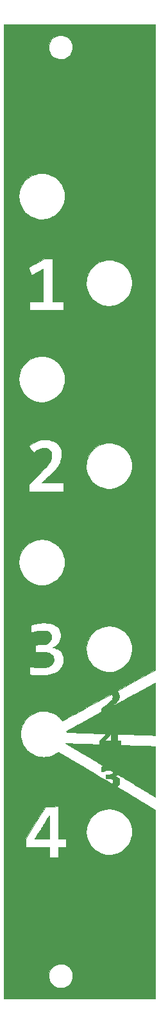
<source format=gbr>
G04 #@! TF.GenerationSoftware,KiCad,Pcbnew,(5.1.9)-1*
G04 #@! TF.CreationDate,2021-08-04T02:24:10+02:00*
G04 #@! TF.ProjectId,sequswit-panel,73657175-7377-4697-942d-70616e656c2e,rev?*
G04 #@! TF.SameCoordinates,Original*
G04 #@! TF.FileFunction,Copper,L1,Top*
G04 #@! TF.FilePolarity,Positive*
%FSLAX46Y46*%
G04 Gerber Fmt 4.6, Leading zero omitted, Abs format (unit mm)*
G04 Created by KiCad (PCBNEW (5.1.9)-1) date 2021-08-04 02:24:10*
%MOMM*%
%LPD*%
G01*
G04 APERTURE LIST*
G04 #@! TA.AperFunction,EtchedComponent*
%ADD10C,0.010000*%
G04 #@! TD*
G04 APERTURE END LIST*
D10*
G04 #@! TO.C,Ref\u002A\u002A*
G36*
X229711250Y-148790212D02*
G01*
X227167241Y-150178731D01*
X224623231Y-151567250D01*
X224705727Y-151637863D01*
X224762095Y-151698832D01*
X224820275Y-151782337D01*
X224857903Y-151849906D01*
X224892934Y-151926366D01*
X224914795Y-151992608D01*
X224927174Y-152064810D01*
X224933760Y-152159152D01*
X224934920Y-152187738D01*
X224930172Y-152350110D01*
X224901982Y-152504854D01*
X224848177Y-152655230D01*
X224766587Y-152804503D01*
X224655039Y-152955932D01*
X224511360Y-153112781D01*
X224333379Y-153278312D01*
X224118923Y-153455787D01*
X224059705Y-153502132D01*
X224048896Y-153510724D01*
X224042104Y-153516884D01*
X224040940Y-153519744D01*
X224047013Y-153518438D01*
X224061934Y-153512099D01*
X224087312Y-153499860D01*
X224124757Y-153480855D01*
X224175880Y-153454216D01*
X224242289Y-153419077D01*
X224325595Y-153374571D01*
X224427408Y-153319831D01*
X224549338Y-153253991D01*
X224692994Y-153176183D01*
X224859986Y-153085541D01*
X225051925Y-152981198D01*
X225270419Y-152862287D01*
X225517080Y-152727942D01*
X225793517Y-152577295D01*
X226101339Y-152409480D01*
X226442157Y-152223630D01*
X226817580Y-152018878D01*
X227054834Y-151889474D01*
X229711250Y-150440574D01*
X229716605Y-153913435D01*
X229717159Y-154293456D01*
X229717633Y-154661900D01*
X229718027Y-155016551D01*
X229718342Y-155355194D01*
X229718576Y-155675612D01*
X229718731Y-155975589D01*
X229718806Y-156252911D01*
X229718801Y-156505362D01*
X229718717Y-156730725D01*
X229718552Y-156926785D01*
X229718308Y-157091327D01*
X229717984Y-157222135D01*
X229717581Y-157316992D01*
X229717097Y-157373684D01*
X229716605Y-157390243D01*
X229695338Y-157390021D01*
X229634888Y-157388489D01*
X229538379Y-157385748D01*
X229408938Y-157381899D01*
X229249691Y-157377043D01*
X229063764Y-157371280D01*
X228854282Y-157364712D01*
X228624372Y-157357439D01*
X228377160Y-157349563D01*
X228115770Y-157341183D01*
X227843330Y-157332401D01*
X227562966Y-157323319D01*
X227277802Y-157314035D01*
X226990966Y-157304653D01*
X226705582Y-157295271D01*
X226424777Y-157285992D01*
X226151677Y-157276916D01*
X225889408Y-157268143D01*
X225641095Y-157259776D01*
X225409865Y-157251914D01*
X225198843Y-157244659D01*
X225123375Y-157242039D01*
X224705334Y-157227483D01*
X224705334Y-158120200D01*
X225128667Y-158120200D01*
X225128667Y-158670533D01*
X224954042Y-158673425D01*
X224929503Y-158674316D01*
X224928761Y-158675830D01*
X224953134Y-158678014D01*
X225003938Y-158680918D01*
X225082490Y-158684591D01*
X225190107Y-158689079D01*
X225328106Y-158694434D01*
X225497804Y-158700701D01*
X225700517Y-158707932D01*
X225937563Y-158716173D01*
X226210259Y-158725474D01*
X226519921Y-158735884D01*
X226867866Y-158747449D01*
X227255412Y-158760221D01*
X227683874Y-158774246D01*
X227711000Y-158775131D01*
X227955775Y-158783158D01*
X228197311Y-158791154D01*
X228430675Y-158798949D01*
X228650933Y-158806377D01*
X228853149Y-158813269D01*
X229032390Y-158819456D01*
X229183721Y-158824772D01*
X229302207Y-158829047D01*
X229377875Y-158831914D01*
X229721833Y-158845526D01*
X229721834Y-162187029D01*
X229721785Y-162559621D01*
X229721642Y-162920550D01*
X229721411Y-163267561D01*
X229721096Y-163598398D01*
X229720703Y-163910806D01*
X229720238Y-164202530D01*
X229719705Y-164471314D01*
X229719109Y-164714902D01*
X229718457Y-164931040D01*
X229717753Y-165117472D01*
X229717003Y-165271942D01*
X229716211Y-165392195D01*
X229715384Y-165475976D01*
X229714527Y-165521029D01*
X229714001Y-165528533D01*
X229694893Y-165517910D01*
X229643089Y-165487442D01*
X229562092Y-165439231D01*
X229455405Y-165375377D01*
X229326532Y-165297982D01*
X229178976Y-165209147D01*
X229016242Y-165110974D01*
X228841833Y-165005564D01*
X228819709Y-164992179D01*
X228441485Y-164763588D01*
X228072248Y-164540926D01*
X227713656Y-164325173D01*
X227367368Y-164117311D01*
X227035043Y-163918319D01*
X226718341Y-163729178D01*
X226418919Y-163550868D01*
X226138437Y-163384369D01*
X225878553Y-163230662D01*
X225640927Y-163090726D01*
X225427216Y-162965544D01*
X225239080Y-162856094D01*
X225078178Y-162763357D01*
X224946169Y-162688313D01*
X224844711Y-162631943D01*
X224775463Y-162595227D01*
X224740084Y-162579146D01*
X224735833Y-162578672D01*
X224706079Y-162601151D01*
X224655817Y-162639116D01*
X224618612Y-162667217D01*
X224546212Y-162713372D01*
X224468472Y-162750459D01*
X224435538Y-162761565D01*
X224381137Y-162778993D01*
X224349107Y-162794817D01*
X224345500Y-162799718D01*
X224364208Y-162811382D01*
X224411144Y-162823840D01*
X224432946Y-162827772D01*
X224554294Y-162861840D01*
X224681160Y-162921815D01*
X224795590Y-162998372D01*
X224843715Y-163041133D01*
X224919410Y-163130794D01*
X224968291Y-163226228D01*
X224993784Y-163337851D01*
X224999317Y-163476080D01*
X224998218Y-163510572D01*
X224976761Y-163686390D01*
X224925649Y-163837958D01*
X224840875Y-163974707D01*
X224763756Y-164062217D01*
X224712498Y-164116937D01*
X224677328Y-164159643D01*
X224664881Y-164182171D01*
X224665363Y-164183285D01*
X224684545Y-164195359D01*
X224737692Y-164227802D01*
X224822466Y-164279204D01*
X224936528Y-164348158D01*
X225077540Y-164433255D01*
X225243165Y-164533086D01*
X225431064Y-164646242D01*
X225638899Y-164771316D01*
X225864332Y-164906899D01*
X226105026Y-165051581D01*
X226358641Y-165203956D01*
X226622841Y-165362613D01*
X226664373Y-165387547D01*
X226942870Y-165554829D01*
X227219838Y-165721363D01*
X227492055Y-165885203D01*
X227756299Y-166044402D01*
X228009347Y-166197015D01*
X228247977Y-166341094D01*
X228468967Y-166474693D01*
X228669093Y-166595865D01*
X228845134Y-166702664D01*
X228993867Y-166793143D01*
X229112070Y-166865356D01*
X229182084Y-166908419D01*
X229711250Y-167235493D01*
X229716560Y-179685263D01*
X229721869Y-192135033D01*
X209719334Y-192135033D01*
X209719334Y-189070769D01*
X215632243Y-189070769D01*
X215642327Y-189320208D01*
X215692714Y-189568981D01*
X215724833Y-189668575D01*
X215830959Y-189903622D01*
X215970972Y-190115180D01*
X216141848Y-190300481D01*
X216340559Y-190456760D01*
X216564080Y-190581251D01*
X216809386Y-190671187D01*
X216826871Y-190676003D01*
X216969246Y-190702694D01*
X217135984Y-190715345D01*
X217311522Y-190713978D01*
X217480294Y-190698618D01*
X217605823Y-190674824D01*
X217809626Y-190610618D01*
X217991528Y-190523565D01*
X218161982Y-190407612D01*
X218331443Y-190256703D01*
X218336583Y-190251610D01*
X218426449Y-190160183D01*
X218492932Y-190085809D01*
X218544298Y-190017425D01*
X218588809Y-189943964D01*
X218634730Y-189854362D01*
X218637492Y-189848681D01*
X218684000Y-189744971D01*
X218726868Y-189635551D01*
X218759529Y-189537754D01*
X218769710Y-189499783D01*
X218795432Y-189337626D01*
X218804278Y-189154483D01*
X218796495Y-188968082D01*
X218772330Y-188796152D01*
X218759091Y-188739011D01*
X218675685Y-188498467D01*
X218560903Y-188282302D01*
X218418528Y-188091637D01*
X218252337Y-187927597D01*
X218066112Y-187791302D01*
X217863632Y-187683878D01*
X217648676Y-187606445D01*
X217425026Y-187560128D01*
X217196460Y-187546048D01*
X216966758Y-187565328D01*
X216739700Y-187619092D01*
X216519066Y-187708461D01*
X216308636Y-187834559D01*
X216149010Y-187963709D01*
X215973588Y-188152142D01*
X215833133Y-188361353D01*
X215728713Y-188587054D01*
X215661394Y-188824955D01*
X215632243Y-189070769D01*
X209719334Y-189070769D01*
X209719334Y-171056717D01*
X212576834Y-171056717D01*
X212576834Y-172132533D01*
X215709500Y-172132533D01*
X215709500Y-173508366D01*
X216915414Y-173508366D01*
X216926584Y-172143116D01*
X217439875Y-172137448D01*
X217953167Y-172131780D01*
X217953167Y-171053785D01*
X217439875Y-171048117D01*
X216926584Y-171042450D01*
X216924327Y-170149603D01*
X220588935Y-170149603D01*
X220594588Y-170353572D01*
X220609632Y-170544562D01*
X220633965Y-170709299D01*
X220637985Y-170728937D01*
X220733449Y-171080461D01*
X220864908Y-171412493D01*
X221030444Y-171722863D01*
X221228136Y-172009400D01*
X221456064Y-172269931D01*
X221712309Y-172502285D01*
X221994951Y-172704292D01*
X222302070Y-172873780D01*
X222631747Y-173008578D01*
X222662750Y-173019030D01*
X222823918Y-173069995D01*
X222965119Y-173108069D01*
X223097352Y-173134783D01*
X223231612Y-173151666D01*
X223378896Y-173160247D01*
X223550201Y-173162056D01*
X223678750Y-173160342D01*
X223887141Y-173153766D01*
X224055124Y-173142894D01*
X224184423Y-173127591D01*
X224239667Y-173117240D01*
X224586953Y-173021280D01*
X224908765Y-172892546D01*
X225208623Y-172729111D01*
X225490045Y-172529048D01*
X225756549Y-172290431D01*
X225764988Y-172282020D01*
X226009097Y-172009884D01*
X226214715Y-171720145D01*
X226381906Y-171412678D01*
X226510736Y-171087358D01*
X226601271Y-170744059D01*
X226619865Y-170644121D01*
X226637920Y-170501082D01*
X226649496Y-170331741D01*
X226654422Y-170150266D01*
X226652524Y-169970829D01*
X226643631Y-169807601D01*
X226631386Y-169698366D01*
X226558294Y-169348734D01*
X226447515Y-169015769D01*
X226301152Y-168701680D01*
X226121304Y-168408677D01*
X225910074Y-168138967D01*
X225669563Y-167894760D01*
X225401872Y-167678265D01*
X225109102Y-167491690D01*
X224793355Y-167337243D01*
X224456731Y-167217135D01*
X224211905Y-167155119D01*
X224050006Y-167129269D01*
X223860247Y-167112805D01*
X223656073Y-167105836D01*
X223450928Y-167108469D01*
X223258257Y-167120812D01*
X223091505Y-167142974D01*
X223075500Y-167145982D01*
X222721564Y-167234665D01*
X222390180Y-167358992D01*
X222079926Y-167519717D01*
X221789379Y-167717593D01*
X221517113Y-167953376D01*
X221476394Y-167993427D01*
X221234263Y-168263530D01*
X221030198Y-168551870D01*
X220863592Y-168859589D01*
X220733841Y-169187833D01*
X220640338Y-169537742D01*
X220629331Y-169592533D01*
X220606206Y-169755812D01*
X220592774Y-169945926D01*
X220588935Y-170149603D01*
X216924327Y-170149603D01*
X216921191Y-168909670D01*
X216915798Y-166776891D01*
X216055103Y-166782420D01*
X215194408Y-166787950D01*
X213885621Y-168922333D01*
X212576834Y-171056717D01*
X209719334Y-171056717D01*
X209719334Y-157347027D01*
X211929369Y-157347027D01*
X211937688Y-157539624D01*
X211954649Y-157711810D01*
X211971652Y-157813283D01*
X212064769Y-158165018D01*
X212193611Y-158494345D01*
X212359050Y-158802884D01*
X212561958Y-159092256D01*
X212803207Y-159364081D01*
X212809599Y-159370528D01*
X213080641Y-159616210D01*
X213365988Y-159822099D01*
X213666366Y-159988497D01*
X213982505Y-160115708D01*
X214315133Y-160204036D01*
X214664977Y-160253784D01*
X214958084Y-160266009D01*
X215322063Y-160246835D01*
X215669004Y-160189062D01*
X216000071Y-160092307D01*
X216316426Y-159956191D01*
X216619235Y-159780332D01*
X216771349Y-159673338D01*
X216891281Y-159583761D01*
X218274182Y-160399842D01*
X218535879Y-160554329D01*
X218811532Y-160717156D01*
X219098854Y-160886966D01*
X219395557Y-161062403D01*
X219699354Y-161242110D01*
X220007957Y-161424731D01*
X220319080Y-161608910D01*
X220630436Y-161793291D01*
X220939736Y-161976516D01*
X221244694Y-162157229D01*
X221543022Y-162334075D01*
X221832433Y-162505696D01*
X222110640Y-162670737D01*
X222375355Y-162827841D01*
X222624291Y-162975652D01*
X222855162Y-163112813D01*
X223065679Y-163237968D01*
X223253555Y-163349760D01*
X223416503Y-163446833D01*
X223552236Y-163527832D01*
X223658467Y-163591398D01*
X223732908Y-163636177D01*
X223773271Y-163660812D01*
X223774000Y-163661268D01*
X223843643Y-163702926D01*
X223901706Y-163733985D01*
X223937173Y-163748622D01*
X223940066Y-163749054D01*
X223975406Y-163738530D01*
X224024143Y-163710842D01*
X224030344Y-163706531D01*
X224101736Y-163635302D01*
X224142381Y-163542367D01*
X224155000Y-163424237D01*
X224151127Y-163348481D01*
X224135273Y-163295542D01*
X224101090Y-163246277D01*
X224092767Y-163236626D01*
X224049220Y-163194245D01*
X223998483Y-163162068D01*
X223933871Y-163138430D01*
X223848703Y-163121664D01*
X223736294Y-163110103D01*
X223589963Y-163102082D01*
X223546459Y-163100403D01*
X223223667Y-163088699D01*
X223223667Y-162571785D01*
X223514709Y-162558489D01*
X223693054Y-162546309D01*
X223833486Y-162526623D01*
X223940056Y-162497492D01*
X224016814Y-162456974D01*
X224067814Y-162403130D01*
X224097107Y-162334018D01*
X224106928Y-162274849D01*
X224116274Y-162173616D01*
X223939845Y-162067783D01*
X223763417Y-161961950D01*
X223551750Y-161963277D01*
X223297644Y-161984402D01*
X223046708Y-162045305D01*
X222825226Y-162132433D01*
X222738884Y-162172357D01*
X222676555Y-162197253D01*
X222634337Y-162202921D01*
X222608331Y-162185167D01*
X222594636Y-162139794D01*
X222589353Y-162062603D01*
X222588580Y-161949398D01*
X222588667Y-161877874D01*
X222588667Y-161550382D01*
X222710375Y-161516859D01*
X222782378Y-161496205D01*
X222841270Y-161477860D01*
X222867066Y-161468643D01*
X222859624Y-161458192D01*
X222824167Y-161431801D01*
X222759890Y-161388980D01*
X222665986Y-161329238D01*
X222541649Y-161252085D01*
X222386073Y-161157030D01*
X222198453Y-161043583D01*
X221977981Y-160911254D01*
X221723851Y-160759551D01*
X221435259Y-160587984D01*
X221111397Y-160396063D01*
X220860067Y-160247450D01*
X220578669Y-160081178D01*
X220299679Y-159916315D01*
X220026201Y-159754696D01*
X219761340Y-159598155D01*
X219508200Y-159448528D01*
X219269885Y-159307649D01*
X219049498Y-159177354D01*
X218850145Y-159059478D01*
X218674929Y-158955856D01*
X218526954Y-158868323D01*
X218409325Y-158798714D01*
X218327418Y-158750211D01*
X217836750Y-158459473D01*
X217953167Y-158459286D01*
X217995282Y-158459947D01*
X218075569Y-158461916D01*
X218189892Y-158465068D01*
X218334114Y-158469279D01*
X218504098Y-158474423D01*
X218695708Y-158480375D01*
X218904806Y-158487011D01*
X219127256Y-158494206D01*
X219329000Y-158500841D01*
X219583889Y-158509250D01*
X219848248Y-158517901D01*
X220115066Y-158526569D01*
X220377332Y-158535028D01*
X220628035Y-158543054D01*
X220860164Y-158550421D01*
X221066708Y-158556905D01*
X221240654Y-158562281D01*
X221297500Y-158564009D01*
X221476472Y-158569598D01*
X221650444Y-158575369D01*
X221812666Y-158581073D01*
X221956389Y-158586460D01*
X222074860Y-158591283D01*
X222161331Y-158595291D01*
X222191792Y-158596994D01*
X222377000Y-158608554D01*
X222377000Y-158107349D01*
X222387346Y-158095607D01*
X223049495Y-158095607D01*
X223052342Y-158104876D01*
X223070540Y-158111473D01*
X223109054Y-158115851D01*
X223172849Y-158118460D01*
X223266890Y-158119750D01*
X223396142Y-158120172D01*
X223464492Y-158120200D01*
X223901000Y-158120200D01*
X223901000Y-157665116D01*
X223900840Y-157515277D01*
X223900041Y-157402513D01*
X223898124Y-157321567D01*
X223894612Y-157267180D01*
X223889026Y-157234097D01*
X223880888Y-157217058D01*
X223869719Y-157210806D01*
X223859602Y-157210033D01*
X223830402Y-157226644D01*
X223775485Y-157276228D01*
X223695213Y-157358414D01*
X223589950Y-157472830D01*
X223460058Y-157619102D01*
X223452144Y-157628135D01*
X223352427Y-157742169D01*
X223260816Y-157847201D01*
X223181357Y-157938572D01*
X223118095Y-158011620D01*
X223075076Y-158061687D01*
X223057033Y-158083218D01*
X223049495Y-158095607D01*
X222387346Y-158095607D01*
X222777014Y-157653399D01*
X222897152Y-157516313D01*
X222990884Y-157407473D01*
X223060470Y-157323980D01*
X223108175Y-157262932D01*
X223136258Y-157221430D01*
X223146984Y-157196573D01*
X223142614Y-157185460D01*
X223142139Y-157185253D01*
X223116904Y-157182791D01*
X223051979Y-157179143D01*
X222949991Y-157174405D01*
X222813563Y-157168674D01*
X222645320Y-157162044D01*
X222447887Y-157154611D01*
X222223888Y-157146472D01*
X221975950Y-157137721D01*
X221706695Y-157128455D01*
X221418750Y-157118770D01*
X221114738Y-157108761D01*
X220797285Y-157098524D01*
X220552471Y-157090771D01*
X217997693Y-157010485D01*
X217983912Y-156928916D01*
X217976846Y-156875635D01*
X217976329Y-156844059D01*
X217977524Y-156841206D01*
X217996680Y-156830500D01*
X218050764Y-156800765D01*
X218137531Y-156753229D01*
X218254735Y-156689117D01*
X218400129Y-156609654D01*
X218571469Y-156516069D01*
X218766509Y-156409585D01*
X218983003Y-156291430D01*
X219218705Y-156162829D01*
X219471370Y-156025008D01*
X219738752Y-155879195D01*
X220018605Y-155726613D01*
X220286792Y-155580423D01*
X222588667Y-154325780D01*
X222589337Y-154079865D01*
X222590008Y-153833950D01*
X222732212Y-153738838D01*
X222944986Y-153591819D01*
X223149335Y-153441540D01*
X223341549Y-153291271D01*
X223517916Y-153144279D01*
X223674727Y-153003832D01*
X223808270Y-152873199D01*
X223914835Y-152755648D01*
X223990713Y-152654447D01*
X224018563Y-152605836D01*
X224067303Y-152473163D01*
X224085132Y-152343549D01*
X224073085Y-152223850D01*
X224032195Y-152120923D01*
X223963497Y-152041622D01*
X223930003Y-152018930D01*
X223863756Y-151980942D01*
X220661554Y-153727654D01*
X220319411Y-153914242D01*
X219987293Y-154095283D01*
X219667103Y-154269741D01*
X219360747Y-154436584D01*
X219070128Y-154594775D01*
X218797151Y-154743281D01*
X218543719Y-154881067D01*
X218311738Y-155007099D01*
X218103111Y-155120342D01*
X217919743Y-155219762D01*
X217763538Y-155304324D01*
X217636400Y-155372994D01*
X217540234Y-155424738D01*
X217476944Y-155458520D01*
X217448434Y-155473307D01*
X217446967Y-155473914D01*
X217428526Y-155457898D01*
X217395826Y-155417778D01*
X217377107Y-155392176D01*
X217302015Y-155296742D01*
X217202978Y-155186287D01*
X217090055Y-155071002D01*
X216973307Y-154961080D01*
X216862793Y-154866714D01*
X216843449Y-154851476D01*
X216546385Y-154645051D01*
X216238031Y-154478566D01*
X215914428Y-154350268D01*
X215571614Y-154258404D01*
X215452239Y-154235550D01*
X215312467Y-154217825D01*
X215145645Y-154206917D01*
X214965185Y-154202841D01*
X214784503Y-154205613D01*
X214617009Y-154215247D01*
X214476119Y-154231759D01*
X214460382Y-154234425D01*
X214113909Y-154316073D01*
X213781457Y-154434831D01*
X213466760Y-154588550D01*
X213173549Y-154775084D01*
X212905558Y-154992284D01*
X212666517Y-155238003D01*
X212620081Y-155293352D01*
X212413745Y-155573726D01*
X212244787Y-155865702D01*
X212110203Y-156175512D01*
X212006991Y-156509386D01*
X211980640Y-156619896D01*
X211955326Y-156770454D01*
X211938281Y-156950075D01*
X211929597Y-157146388D01*
X211929369Y-157347027D01*
X209719334Y-157347027D01*
X209719334Y-148315444D01*
X213084834Y-148315444D01*
X213084834Y-149394822D01*
X213153625Y-149406701D01*
X213246156Y-149419813D01*
X213372911Y-149433648D01*
X213525801Y-149447633D01*
X213696737Y-149461191D01*
X213877630Y-149473749D01*
X214060390Y-149484729D01*
X214236929Y-149493559D01*
X214399157Y-149499661D01*
X214492417Y-149501882D01*
X214578832Y-149501418D01*
X214693321Y-149498100D01*
X214821759Y-149492462D01*
X214950023Y-149485037D01*
X214965806Y-149483978D01*
X215349353Y-149447294D01*
X215698151Y-149391534D01*
X216015691Y-149315776D01*
X216305469Y-149219099D01*
X216570976Y-149100582D01*
X216711619Y-149023592D01*
X216828824Y-148944583D01*
X216955575Y-148841935D01*
X217082077Y-148725101D01*
X217198535Y-148603532D01*
X217295155Y-148486680D01*
X217347275Y-148410214D01*
X217435907Y-148237038D01*
X217511977Y-148036625D01*
X217570249Y-147823431D01*
X217583993Y-147756415D01*
X217603294Y-147612000D01*
X217612081Y-147449376D01*
X217610789Y-147280550D01*
X217599849Y-147117528D01*
X217579694Y-146972317D01*
X217551648Y-146859533D01*
X217461821Y-146647437D01*
X217340965Y-146456531D01*
X217191403Y-146285703D01*
X217104248Y-146202759D01*
X217024568Y-146138640D01*
X216937342Y-146082717D01*
X216827548Y-146024359D01*
X216809089Y-146015176D01*
X216711512Y-145971301D01*
X220589654Y-145971301D01*
X220591638Y-146161546D01*
X220601276Y-146340922D01*
X220618586Y-146496709D01*
X220628108Y-146551848D01*
X220718818Y-146907451D01*
X220845990Y-147243721D01*
X221008087Y-147558597D01*
X221203571Y-147850017D01*
X221430904Y-148115920D01*
X221688548Y-148354243D01*
X221974967Y-148562926D01*
X222242908Y-148717002D01*
X222570460Y-148861515D01*
X222906864Y-148964678D01*
X223252271Y-149026514D01*
X223606834Y-149047048D01*
X223970707Y-149026300D01*
X224133834Y-149004094D01*
X224473446Y-148928762D01*
X224798738Y-148813745D01*
X225108833Y-148659502D01*
X225402852Y-148466492D01*
X225679917Y-148235172D01*
X225765477Y-148152510D01*
X226010107Y-147880268D01*
X226215555Y-147592011D01*
X226381794Y-147287811D01*
X226508792Y-146967737D01*
X226596519Y-146631862D01*
X226644947Y-146280257D01*
X226655452Y-146023004D01*
X226647266Y-145758151D01*
X226619330Y-145514893D01*
X226568937Y-145276073D01*
X226502023Y-145050381D01*
X226370995Y-144720049D01*
X226204964Y-144411709D01*
X226006247Y-144127370D01*
X225777159Y-143869037D01*
X225520017Y-143638719D01*
X225237136Y-143438421D01*
X224930832Y-143270151D01*
X224603421Y-143135915D01*
X224257220Y-143037721D01*
X224155000Y-143016532D01*
X224001998Y-142995082D01*
X223821264Y-142982059D01*
X223626560Y-142977497D01*
X223431646Y-142981429D01*
X223250284Y-142993888D01*
X223101130Y-143014005D01*
X222789492Y-143088566D01*
X222480448Y-143196531D01*
X222185040Y-143333301D01*
X221914308Y-143494273D01*
X221862285Y-143530250D01*
X221726742Y-143636178D01*
X221579667Y-143767496D01*
X221431681Y-143913517D01*
X221293401Y-144063554D01*
X221175448Y-144206921D01*
X221134410Y-144262736D01*
X220958955Y-144546115D01*
X220812295Y-144854501D01*
X220698309Y-145178677D01*
X220629474Y-145462533D01*
X220608588Y-145609076D01*
X220595309Y-145782905D01*
X220589654Y-145971301D01*
X216711512Y-145971301D01*
X216669163Y-145952259D01*
X216522495Y-145896944D01*
X216389828Y-145857036D01*
X216386834Y-145856295D01*
X216185750Y-145806798D01*
X216308236Y-145751903D01*
X216507744Y-145644211D01*
X216696756Y-145507296D01*
X216865360Y-145349543D01*
X217003643Y-145179337D01*
X217027340Y-145143675D01*
X217126461Y-144952150D01*
X217197783Y-144736304D01*
X217241035Y-144503976D01*
X217255950Y-144263002D01*
X217242259Y-144021223D01*
X217199692Y-143786473D01*
X217127982Y-143566593D01*
X217084678Y-143471693D01*
X216964673Y-143280329D01*
X216808129Y-143108225D01*
X216616715Y-142956407D01*
X216392099Y-142825902D01*
X216135949Y-142717739D01*
X215849933Y-142632943D01*
X215656584Y-142592239D01*
X215544602Y-142577298D01*
X215399955Y-142565886D01*
X215232173Y-142558082D01*
X215050782Y-142553963D01*
X214865310Y-142553608D01*
X214685287Y-142557094D01*
X214520238Y-142564498D01*
X214379694Y-142575900D01*
X214333667Y-142581435D01*
X214147086Y-142610773D01*
X213942428Y-142649917D01*
X213736811Y-142695214D01*
X213547355Y-142743012D01*
X213460542Y-142767751D01*
X213275334Y-142823247D01*
X213275334Y-143338557D01*
X213276178Y-143511490D01*
X213278649Y-143651711D01*
X213282653Y-143756925D01*
X213288097Y-143824837D01*
X213294888Y-143853152D01*
X213296277Y-143853866D01*
X213324146Y-143848428D01*
X213383431Y-143833703D01*
X213464856Y-143812071D01*
X213540750Y-143791100D01*
X213852330Y-143712389D01*
X214154795Y-143653147D01*
X214444204Y-143613511D01*
X214716619Y-143593616D01*
X214968102Y-143593598D01*
X215194713Y-143613592D01*
X215392515Y-143653733D01*
X215557567Y-143714157D01*
X215571917Y-143721218D01*
X215708482Y-143812950D01*
X215818317Y-143934027D01*
X215899871Y-144079762D01*
X215951593Y-144245469D01*
X215971934Y-144426463D01*
X215959342Y-144618058D01*
X215922794Y-144781691D01*
X215856762Y-144931673D01*
X215753072Y-145067310D01*
X215614680Y-145186200D01*
X215444544Y-145285943D01*
X215245618Y-145364136D01*
X215183371Y-145382329D01*
X215127127Y-145396233D01*
X215068520Y-145407222D01*
X215001171Y-145415773D01*
X214918703Y-145422364D01*
X214814735Y-145427473D01*
X214682891Y-145431578D01*
X214516791Y-145435156D01*
X214465959Y-145436082D01*
X213910334Y-145445923D01*
X213910334Y-146389680D01*
X214540042Y-146399525D01*
X214723455Y-146402599D01*
X214870867Y-146405775D01*
X214988607Y-146409532D01*
X215083004Y-146414348D01*
X215160388Y-146420699D01*
X215227090Y-146429064D01*
X215289438Y-146439920D01*
X215353762Y-146453746D01*
X215398737Y-146464336D01*
X215639181Y-146535656D01*
X215841676Y-146625265D01*
X216006632Y-146733552D01*
X216134462Y-146860905D01*
X216225578Y-147007713D01*
X216280392Y-147174365D01*
X216297906Y-147312201D01*
X216291144Y-147527145D01*
X216247811Y-147722390D01*
X216168654Y-147896469D01*
X216054418Y-148047917D01*
X215905851Y-148175265D01*
X215836191Y-148219587D01*
X215716186Y-148277757D01*
X215565924Y-148332134D01*
X215397478Y-148378893D01*
X215222925Y-148414209D01*
X215220899Y-148414538D01*
X215118888Y-148426569D01*
X214983307Y-148435908D01*
X214822839Y-148442483D01*
X214646165Y-148446224D01*
X214461968Y-148447059D01*
X214278929Y-148444915D01*
X214105732Y-148439721D01*
X213951059Y-148431406D01*
X213878584Y-148425619D01*
X213766647Y-148414324D01*
X213640396Y-148399940D01*
X213509386Y-148383730D01*
X213383176Y-148366962D01*
X213271324Y-148350900D01*
X213183386Y-148336809D01*
X213132459Y-148326829D01*
X213084834Y-148315444D01*
X209719334Y-148315444D01*
X209719334Y-134548495D01*
X211698167Y-134548495D01*
X211702151Y-134759997D01*
X211716395Y-134959774D01*
X211740900Y-135134627D01*
X211747774Y-135168937D01*
X211843045Y-135517366D01*
X211974440Y-135846875D01*
X212139692Y-136155279D01*
X212336534Y-136440396D01*
X212562700Y-136700042D01*
X212815923Y-136932032D01*
X213093936Y-137134184D01*
X213394473Y-137304313D01*
X213715267Y-137440236D01*
X214054051Y-137539770D01*
X214249000Y-137578505D01*
X214372617Y-137592770D01*
X214525129Y-137600821D01*
X214695399Y-137602944D01*
X214872290Y-137599425D01*
X215044663Y-137590551D01*
X215201382Y-137576608D01*
X215331308Y-137557880D01*
X215370834Y-137549687D01*
X215559632Y-137501209D01*
X215730335Y-137446038D01*
X215901947Y-137377491D01*
X216042215Y-137313503D01*
X216351570Y-137143605D01*
X216636137Y-136940769D01*
X216893846Y-136707778D01*
X217122625Y-136447413D01*
X217320406Y-136162458D01*
X217485116Y-135855696D01*
X217614686Y-135529910D01*
X217707045Y-135187882D01*
X217734392Y-135039107D01*
X217748876Y-134909695D01*
X217757007Y-134752779D01*
X217759044Y-134579819D01*
X217755245Y-134402274D01*
X217745868Y-134231601D01*
X217731172Y-134079261D01*
X217711415Y-133956712D01*
X217709829Y-133949456D01*
X217611113Y-133600931D01*
X217476176Y-133271791D01*
X217307193Y-132964204D01*
X217106341Y-132680341D01*
X216875798Y-132422371D01*
X216617738Y-132192463D01*
X216334338Y-131992787D01*
X216027775Y-131825513D01*
X215700225Y-131692811D01*
X215353865Y-131596849D01*
X215348750Y-131595746D01*
X215180814Y-131568517D01*
X214985598Y-131551299D01*
X214775825Y-131544109D01*
X214564218Y-131546964D01*
X214363499Y-131559882D01*
X214186391Y-131582878D01*
X214128596Y-131594118D01*
X213772737Y-131691503D01*
X213440268Y-131824080D01*
X213130576Y-131992168D01*
X212843046Y-132196090D01*
X212643447Y-132370950D01*
X212393747Y-132636323D01*
X212181901Y-132920209D01*
X212007107Y-133224044D01*
X211868563Y-133549266D01*
X211765466Y-133897314D01*
X211747774Y-133975628D01*
X211720978Y-134143111D01*
X211704442Y-134338467D01*
X211698167Y-134548495D01*
X209719334Y-134548495D01*
X209719334Y-119265749D01*
X213001253Y-119265749D01*
X213070661Y-119351932D01*
X213105440Y-119395692D01*
X213160786Y-119466017D01*
X213231311Y-119556028D01*
X213311628Y-119658850D01*
X213396347Y-119767603D01*
X213400212Y-119772572D01*
X213660355Y-120107028D01*
X213748302Y-120031571D01*
X213846407Y-119953792D01*
X213965074Y-119869532D01*
X214093728Y-119785432D01*
X214221794Y-119708133D01*
X214338696Y-119644273D01*
X214433857Y-119600495D01*
X214436454Y-119599489D01*
X214595064Y-119545221D01*
X214742396Y-119511230D01*
X214894833Y-119494932D01*
X215068756Y-119493746D01*
X215100574Y-119494820D01*
X215210505Y-119500153D01*
X215291329Y-119508063D01*
X215356275Y-119521245D01*
X215418567Y-119542395D01*
X215491434Y-119574205D01*
X215492352Y-119574628D01*
X215632918Y-119657071D01*
X215759099Y-119764664D01*
X215859643Y-119886983D01*
X215895718Y-119948306D01*
X215947821Y-120065260D01*
X215981536Y-120181115D01*
X215999012Y-120308021D01*
X216002393Y-120458124D01*
X215999837Y-120537609D01*
X215988093Y-120708245D01*
X215967375Y-120851405D01*
X215934106Y-120981599D01*
X215884712Y-121113338D01*
X215827419Y-121237283D01*
X215777510Y-121333952D01*
X215721959Y-121430902D01*
X215658758Y-121530459D01*
X215585897Y-121634946D01*
X215501370Y-121746689D01*
X215403168Y-121868012D01*
X215289282Y-122001240D01*
X215157704Y-122148698D01*
X215006427Y-122312710D01*
X214833441Y-122495601D01*
X214636739Y-122699696D01*
X214414312Y-122927320D01*
X214164153Y-123180798D01*
X214043126Y-123302782D01*
X213042500Y-124309947D01*
X213042500Y-125227200D01*
X217593334Y-125227200D01*
X217593334Y-124084200D01*
X216169875Y-124083923D01*
X214746417Y-124083646D01*
X214947703Y-123888131D01*
X215012852Y-123824979D01*
X215103020Y-123737759D01*
X215212729Y-123631762D01*
X215336500Y-123512278D01*
X215468853Y-123384597D01*
X215604310Y-123254010D01*
X215676331Y-123184616D01*
X215925670Y-122941795D01*
X216144823Y-122722263D01*
X216336472Y-122522627D01*
X216503301Y-122339499D01*
X216647993Y-122169486D01*
X216773229Y-122009199D01*
X216881693Y-121855246D01*
X216904891Y-121818125D01*
X220582748Y-121818125D01*
X220598585Y-122165506D01*
X220654003Y-122507057D01*
X220748146Y-122839553D01*
X220880156Y-123159767D01*
X221049177Y-123464474D01*
X221254350Y-123750446D01*
X221423641Y-123942582D01*
X221622561Y-124135755D01*
X221822464Y-124298389D01*
X222036796Y-124440398D01*
X222271723Y-124568083D01*
X222546715Y-124691366D01*
X222815849Y-124782584D01*
X223093968Y-124846600D01*
X223152085Y-124856584D01*
X223270552Y-124870051D01*
X223417768Y-124877918D01*
X223582456Y-124880408D01*
X223753339Y-124877745D01*
X223919142Y-124870152D01*
X224068588Y-124857851D01*
X224190402Y-124841066D01*
X224218500Y-124835490D01*
X224568993Y-124738710D01*
X224899733Y-124606271D01*
X225208644Y-124440342D01*
X225493647Y-124243088D01*
X225752665Y-124016677D01*
X225983619Y-123763276D01*
X226184433Y-123485051D01*
X226353028Y-123184169D01*
X226487326Y-122862799D01*
X226585250Y-122523106D01*
X226623102Y-122327688D01*
X226652551Y-122041722D01*
X226653657Y-121738327D01*
X226627278Y-121430729D01*
X226574272Y-121132150D01*
X226535949Y-120983031D01*
X226492295Y-120853031D01*
X226431509Y-120701407D01*
X226359849Y-120541821D01*
X226283573Y-120387932D01*
X226208942Y-120253401D01*
X226180645Y-120207591D01*
X225971661Y-119920903D01*
X225732555Y-119663212D01*
X225465182Y-119435776D01*
X225171397Y-119239853D01*
X224853056Y-119076699D01*
X224512013Y-118947571D01*
X224197334Y-118863680D01*
X224066721Y-118842956D01*
X223905687Y-118829364D01*
X223725525Y-118822822D01*
X223537527Y-118823251D01*
X223352987Y-118830570D01*
X223183199Y-118844700D01*
X223039454Y-118865559D01*
X223007477Y-118872134D01*
X222666186Y-118965359D01*
X222352361Y-119088428D01*
X222060900Y-119244140D01*
X221786701Y-119435293D01*
X221524661Y-119664688D01*
X221476747Y-119711904D01*
X221247479Y-119963273D01*
X221056828Y-120220695D01*
X220901082Y-120490673D01*
X220776525Y-120779710D01*
X220679445Y-121094308D01*
X220673251Y-121118780D01*
X220607352Y-121468141D01*
X220582748Y-121818125D01*
X216904891Y-121818125D01*
X216976067Y-121704237D01*
X217059034Y-121552781D01*
X217133277Y-121397488D01*
X217183549Y-121279651D01*
X217274381Y-121007334D01*
X217331782Y-120722740D01*
X217356012Y-120432373D01*
X217347335Y-120142736D01*
X217306013Y-119860334D01*
X217232308Y-119591668D01*
X217126483Y-119343243D01*
X217103687Y-119300533D01*
X217002920Y-119148618D01*
X216871720Y-118996743D01*
X216720740Y-118855146D01*
X216560635Y-118734072D01*
X216439750Y-118662258D01*
X216159348Y-118539736D01*
X215854077Y-118449664D01*
X215701789Y-118418391D01*
X215550042Y-118398549D01*
X215371072Y-118386851D01*
X215178537Y-118383256D01*
X214986096Y-118387720D01*
X214807408Y-118400204D01*
X214656132Y-118420664D01*
X214651167Y-118421587D01*
X214305953Y-118507921D01*
X213968357Y-118635143D01*
X213640683Y-118802142D01*
X213325238Y-119007808D01*
X213146613Y-119146166D01*
X213001253Y-119265749D01*
X209719334Y-119265749D01*
X209719334Y-110397328D01*
X211698167Y-110397328D01*
X211702151Y-110608831D01*
X211716395Y-110808608D01*
X211740900Y-110983460D01*
X211747774Y-111017771D01*
X211843289Y-111367127D01*
X211974958Y-111697170D01*
X212140568Y-112005780D01*
X212337903Y-112290834D01*
X212564749Y-112550212D01*
X212818890Y-112781792D01*
X213098113Y-112983454D01*
X213400202Y-113153076D01*
X213722942Y-113288537D01*
X214064118Y-113387715D01*
X214263141Y-113426737D01*
X214381069Y-113440130D01*
X214527826Y-113447945D01*
X214692138Y-113450408D01*
X214862734Y-113447743D01*
X215028340Y-113440175D01*
X215177686Y-113427928D01*
X215299498Y-113411228D01*
X215328500Y-113405490D01*
X215684650Y-113307520D01*
X216019148Y-113173348D01*
X216331510Y-113003236D01*
X216621251Y-112797445D01*
X216873892Y-112570358D01*
X217114638Y-112300081D01*
X217319757Y-112008508D01*
X217488056Y-111697949D01*
X217618342Y-111370718D01*
X217709421Y-111029126D01*
X217731496Y-110908581D01*
X217748378Y-110764583D01*
X217758317Y-110593070D01*
X217761312Y-110408291D01*
X217757363Y-110224490D01*
X217746470Y-110055914D01*
X217731496Y-109933652D01*
X217656238Y-109597278D01*
X217542392Y-109270314D01*
X217392678Y-108957652D01*
X217209818Y-108664186D01*
X216996534Y-108394807D01*
X216755546Y-108154409D01*
X216729089Y-108131343D01*
X216448652Y-107914551D01*
X216153853Y-107735558D01*
X215840232Y-107592144D01*
X215503327Y-107482091D01*
X215347137Y-107443792D01*
X215199504Y-107419009D01*
X215022525Y-107402075D01*
X214828477Y-107393105D01*
X214629637Y-107392215D01*
X214438279Y-107399521D01*
X214266680Y-107415137D01*
X214157152Y-107432610D01*
X213861541Y-107509193D01*
X213564403Y-107617745D01*
X213279160Y-107752601D01*
X213019234Y-107908097D01*
X213000944Y-107920564D01*
X212873084Y-108017484D01*
X212732091Y-108139312D01*
X212588480Y-108275846D01*
X212452766Y-108416882D01*
X212335464Y-108552216D01*
X212290161Y-108610310D01*
X212112143Y-108880903D01*
X211959859Y-109178818D01*
X211837341Y-109495033D01*
X211748620Y-109820523D01*
X211747774Y-109824462D01*
X211720978Y-109991945D01*
X211704442Y-110187300D01*
X211698167Y-110397328D01*
X209719334Y-110397328D01*
X209719334Y-95689406D01*
X212979000Y-95689406D01*
X212986580Y-95714319D01*
X213007893Y-95772898D01*
X213040802Y-95859564D01*
X213083165Y-95968737D01*
X213132846Y-96094839D01*
X213174828Y-96200184D01*
X213370656Y-96689203D01*
X214111453Y-96279546D01*
X214273712Y-96190021D01*
X214424481Y-96107228D01*
X214559731Y-96033348D01*
X214675435Y-95970565D01*
X214767564Y-95921062D01*
X214832089Y-95887022D01*
X214864983Y-95870627D01*
X214868225Y-95869461D01*
X214870373Y-95890102D01*
X214872334Y-95950280D01*
X214874094Y-96047203D01*
X214875639Y-96178073D01*
X214876955Y-96340097D01*
X214878030Y-96530480D01*
X214878849Y-96746426D01*
X214879398Y-96985141D01*
X214879665Y-97243831D01*
X214879635Y-97519699D01*
X214879295Y-97809952D01*
X214878808Y-98043908D01*
X214873417Y-100218783D01*
X214010875Y-100224312D01*
X213148334Y-100229841D01*
X213148334Y-101330033D01*
X217635667Y-101330033D01*
X217635667Y-100229366D01*
X216154000Y-100229366D01*
X216154000Y-97663833D01*
X220583585Y-97663833D01*
X220595368Y-98001424D01*
X220644772Y-98335102D01*
X220731534Y-98661775D01*
X220855386Y-98978347D01*
X221016064Y-99281725D01*
X221213301Y-99568816D01*
X221423641Y-99812582D01*
X221685190Y-100057282D01*
X221967149Y-100267746D01*
X222266302Y-100442044D01*
X222579436Y-100578244D01*
X222828003Y-100655929D01*
X222991613Y-100695536D01*
X223138796Y-100723377D01*
X223282737Y-100740857D01*
X223436622Y-100749381D01*
X223613635Y-100750353D01*
X223699917Y-100748804D01*
X223855332Y-100743910D01*
X223980070Y-100736482D01*
X224085769Y-100725302D01*
X224184064Y-100709154D01*
X224282000Y-100687908D01*
X224627956Y-100587819D01*
X224946506Y-100456971D01*
X225241346Y-100293327D01*
X225516173Y-100094846D01*
X225763892Y-99870358D01*
X226006775Y-99598253D01*
X226211971Y-99307308D01*
X226378943Y-98998818D01*
X226507152Y-98674082D01*
X226596060Y-98334397D01*
X226645129Y-97981061D01*
X226655489Y-97721116D01*
X226638546Y-97377603D01*
X226586736Y-97053478D01*
X226498591Y-96742113D01*
X226372643Y-96436883D01*
X226369323Y-96429950D01*
X226286207Y-96263912D01*
X226207527Y-96123870D01*
X226124426Y-95995628D01*
X226028045Y-95864989D01*
X225974934Y-95797845D01*
X225741655Y-95541335D01*
X225479175Y-95314468D01*
X225189859Y-95118679D01*
X224876070Y-94955403D01*
X224540173Y-94826073D01*
X224237137Y-94743478D01*
X224090357Y-94718712D01*
X223914143Y-94701808D01*
X223720681Y-94692875D01*
X223522153Y-94692022D01*
X223330744Y-94699362D01*
X223158638Y-94715002D01*
X223047152Y-94732729D01*
X222706343Y-94822649D01*
X222372028Y-94953129D01*
X222048282Y-95122463D01*
X221911334Y-95208113D01*
X221791312Y-95296468D01*
X221656586Y-95411187D01*
X221515954Y-95543425D01*
X221378216Y-95684336D01*
X221252169Y-95825076D01*
X221146612Y-95956798D01*
X221098314Y-96025475D01*
X220917997Y-96336220D01*
X220776631Y-96658523D01*
X220673951Y-96989288D01*
X220609691Y-97325423D01*
X220583585Y-97663833D01*
X216154000Y-97663833D01*
X216154000Y-94556700D01*
X215087381Y-94556700D01*
X214033190Y-95112173D01*
X213838203Y-95215292D01*
X213654906Y-95312956D01*
X213486648Y-95403331D01*
X213336782Y-95484583D01*
X213208657Y-95554876D01*
X213105626Y-95612376D01*
X213031038Y-95655248D01*
X212988245Y-95681657D01*
X212979000Y-95689406D01*
X209719334Y-95689406D01*
X209719334Y-86267328D01*
X211698167Y-86267328D01*
X211702151Y-86478831D01*
X211716395Y-86678608D01*
X211740900Y-86853460D01*
X211747774Y-86887771D01*
X211843409Y-87240955D01*
X211974449Y-87571198D01*
X212141527Y-87879704D01*
X212345276Y-88167678D01*
X212533641Y-88382556D01*
X212791438Y-88625042D01*
X213066022Y-88830956D01*
X213360013Y-89001618D01*
X213676030Y-89138346D01*
X214016693Y-89242459D01*
X214384622Y-89315277D01*
X214386584Y-89315572D01*
X214428620Y-89318316D01*
X214504392Y-89319822D01*
X214605318Y-89320054D01*
X214722819Y-89318972D01*
X214809917Y-89317423D01*
X214965100Y-89312814D01*
X215089600Y-89305639D01*
X215195045Y-89294702D01*
X215293062Y-89278807D01*
X215392000Y-89257529D01*
X215677497Y-89179121D01*
X215935950Y-89082683D01*
X216180815Y-88962515D01*
X216397417Y-88831512D01*
X216681510Y-88620510D01*
X216937429Y-88379372D01*
X217163096Y-88111295D01*
X217356436Y-87819473D01*
X217515374Y-87507103D01*
X217637833Y-87177380D01*
X217721739Y-86833499D01*
X217731354Y-86777950D01*
X217748261Y-86634853D01*
X217758248Y-86464157D01*
X217761315Y-86280029D01*
X217757459Y-86096634D01*
X217746678Y-85928138D01*
X217731496Y-85803652D01*
X217655014Y-85462123D01*
X217539656Y-85133431D01*
X217387760Y-84820750D01*
X217201667Y-84527255D01*
X216983716Y-84256122D01*
X216736246Y-84010524D01*
X216461597Y-83793639D01*
X216162108Y-83608640D01*
X216084248Y-83568056D01*
X215927205Y-83497261D01*
X215743793Y-83427845D01*
X215549787Y-83365195D01*
X215360961Y-83314700D01*
X215307334Y-83302654D01*
X215186947Y-83283972D01*
X215035737Y-83271104D01*
X214864812Y-83264052D01*
X214685280Y-83262817D01*
X214508252Y-83267402D01*
X214344835Y-83277809D01*
X214206138Y-83294040D01*
X214158621Y-83302454D01*
X213805948Y-83394225D01*
X213473458Y-83523144D01*
X213161516Y-83689022D01*
X212870489Y-83891665D01*
X212632656Y-84099595D01*
X212383737Y-84367531D01*
X212172930Y-84653576D01*
X211999419Y-84959199D01*
X211862389Y-85285867D01*
X211761028Y-85635047D01*
X211747774Y-85694462D01*
X211720978Y-85861945D01*
X211704442Y-86057300D01*
X211698167Y-86267328D01*
X209719334Y-86267328D01*
X209719334Y-66671151D01*
X215629420Y-66671151D01*
X215653645Y-66911687D01*
X215714838Y-67143332D01*
X215810328Y-67362360D01*
X215937444Y-67565044D01*
X216093517Y-67747657D01*
X216275874Y-67906474D01*
X216481846Y-68037769D01*
X216708761Y-68137815D01*
X216912959Y-68194843D01*
X217030461Y-68210508D01*
X217173517Y-68216093D01*
X217326691Y-68212103D01*
X217474548Y-68199040D01*
X217601654Y-68177408D01*
X217625084Y-68171607D01*
X217706276Y-68145487D01*
X217805735Y-68107071D01*
X217904304Y-68063853D01*
X217921417Y-68055685D01*
X218142849Y-67925700D01*
X218335960Y-67765837D01*
X218498671Y-67579435D01*
X218628903Y-67369831D01*
X218724578Y-67140365D01*
X218783619Y-66894376D01*
X218803941Y-66637866D01*
X218796093Y-66445407D01*
X218768944Y-66273686D01*
X218718712Y-66106359D01*
X218641614Y-65927080D01*
X218637492Y-65918551D01*
X218591250Y-65827726D01*
X218546878Y-65753658D01*
X218496110Y-65685282D01*
X218430685Y-65611532D01*
X218342337Y-65521345D01*
X218336583Y-65515623D01*
X218238104Y-65420753D01*
X218156040Y-65349851D01*
X218079440Y-65294584D01*
X217997352Y-65246622D01*
X217953167Y-65223938D01*
X217714656Y-65127088D01*
X217468122Y-65068094D01*
X217218886Y-65047026D01*
X216972265Y-65063952D01*
X216733580Y-65118944D01*
X216521535Y-65205238D01*
X216294327Y-65342149D01*
X216097657Y-65507779D01*
X215933020Y-65700047D01*
X215801911Y-65916872D01*
X215705826Y-66156173D01*
X215646259Y-66415870D01*
X215644833Y-66425449D01*
X215629420Y-66671151D01*
X209719334Y-66671151D01*
X209719334Y-63632200D01*
X229721844Y-63632200D01*
X229711250Y-148790212D01*
G37*
X229711250Y-148790212D02*
X227167241Y-150178731D01*
X224623231Y-151567250D01*
X224705727Y-151637863D01*
X224762095Y-151698832D01*
X224820275Y-151782337D01*
X224857903Y-151849906D01*
X224892934Y-151926366D01*
X224914795Y-151992608D01*
X224927174Y-152064810D01*
X224933760Y-152159152D01*
X224934920Y-152187738D01*
X224930172Y-152350110D01*
X224901982Y-152504854D01*
X224848177Y-152655230D01*
X224766587Y-152804503D01*
X224655039Y-152955932D01*
X224511360Y-153112781D01*
X224333379Y-153278312D01*
X224118923Y-153455787D01*
X224059705Y-153502132D01*
X224048896Y-153510724D01*
X224042104Y-153516884D01*
X224040940Y-153519744D01*
X224047013Y-153518438D01*
X224061934Y-153512099D01*
X224087312Y-153499860D01*
X224124757Y-153480855D01*
X224175880Y-153454216D01*
X224242289Y-153419077D01*
X224325595Y-153374571D01*
X224427408Y-153319831D01*
X224549338Y-153253991D01*
X224692994Y-153176183D01*
X224859986Y-153085541D01*
X225051925Y-152981198D01*
X225270419Y-152862287D01*
X225517080Y-152727942D01*
X225793517Y-152577295D01*
X226101339Y-152409480D01*
X226442157Y-152223630D01*
X226817580Y-152018878D01*
X227054834Y-151889474D01*
X229711250Y-150440574D01*
X229716605Y-153913435D01*
X229717159Y-154293456D01*
X229717633Y-154661900D01*
X229718027Y-155016551D01*
X229718342Y-155355194D01*
X229718576Y-155675612D01*
X229718731Y-155975589D01*
X229718806Y-156252911D01*
X229718801Y-156505362D01*
X229718717Y-156730725D01*
X229718552Y-156926785D01*
X229718308Y-157091327D01*
X229717984Y-157222135D01*
X229717581Y-157316992D01*
X229717097Y-157373684D01*
X229716605Y-157390243D01*
X229695338Y-157390021D01*
X229634888Y-157388489D01*
X229538379Y-157385748D01*
X229408938Y-157381899D01*
X229249691Y-157377043D01*
X229063764Y-157371280D01*
X228854282Y-157364712D01*
X228624372Y-157357439D01*
X228377160Y-157349563D01*
X228115770Y-157341183D01*
X227843330Y-157332401D01*
X227562966Y-157323319D01*
X227277802Y-157314035D01*
X226990966Y-157304653D01*
X226705582Y-157295271D01*
X226424777Y-157285992D01*
X226151677Y-157276916D01*
X225889408Y-157268143D01*
X225641095Y-157259776D01*
X225409865Y-157251914D01*
X225198843Y-157244659D01*
X225123375Y-157242039D01*
X224705334Y-157227483D01*
X224705334Y-158120200D01*
X225128667Y-158120200D01*
X225128667Y-158670533D01*
X224954042Y-158673425D01*
X224929503Y-158674316D01*
X224928761Y-158675830D01*
X224953134Y-158678014D01*
X225003938Y-158680918D01*
X225082490Y-158684591D01*
X225190107Y-158689079D01*
X225328106Y-158694434D01*
X225497804Y-158700701D01*
X225700517Y-158707932D01*
X225937563Y-158716173D01*
X226210259Y-158725474D01*
X226519921Y-158735884D01*
X226867866Y-158747449D01*
X227255412Y-158760221D01*
X227683874Y-158774246D01*
X227711000Y-158775131D01*
X227955775Y-158783158D01*
X228197311Y-158791154D01*
X228430675Y-158798949D01*
X228650933Y-158806377D01*
X228853149Y-158813269D01*
X229032390Y-158819456D01*
X229183721Y-158824772D01*
X229302207Y-158829047D01*
X229377875Y-158831914D01*
X229721833Y-158845526D01*
X229721834Y-162187029D01*
X229721785Y-162559621D01*
X229721642Y-162920550D01*
X229721411Y-163267561D01*
X229721096Y-163598398D01*
X229720703Y-163910806D01*
X229720238Y-164202530D01*
X229719705Y-164471314D01*
X229719109Y-164714902D01*
X229718457Y-164931040D01*
X229717753Y-165117472D01*
X229717003Y-165271942D01*
X229716211Y-165392195D01*
X229715384Y-165475976D01*
X229714527Y-165521029D01*
X229714001Y-165528533D01*
X229694893Y-165517910D01*
X229643089Y-165487442D01*
X229562092Y-165439231D01*
X229455405Y-165375377D01*
X229326532Y-165297982D01*
X229178976Y-165209147D01*
X229016242Y-165110974D01*
X228841833Y-165005564D01*
X228819709Y-164992179D01*
X228441485Y-164763588D01*
X228072248Y-164540926D01*
X227713656Y-164325173D01*
X227367368Y-164117311D01*
X227035043Y-163918319D01*
X226718341Y-163729178D01*
X226418919Y-163550868D01*
X226138437Y-163384369D01*
X225878553Y-163230662D01*
X225640927Y-163090726D01*
X225427216Y-162965544D01*
X225239080Y-162856094D01*
X225078178Y-162763357D01*
X224946169Y-162688313D01*
X224844711Y-162631943D01*
X224775463Y-162595227D01*
X224740084Y-162579146D01*
X224735833Y-162578672D01*
X224706079Y-162601151D01*
X224655817Y-162639116D01*
X224618612Y-162667217D01*
X224546212Y-162713372D01*
X224468472Y-162750459D01*
X224435538Y-162761565D01*
X224381137Y-162778993D01*
X224349107Y-162794817D01*
X224345500Y-162799718D01*
X224364208Y-162811382D01*
X224411144Y-162823840D01*
X224432946Y-162827772D01*
X224554294Y-162861840D01*
X224681160Y-162921815D01*
X224795590Y-162998372D01*
X224843715Y-163041133D01*
X224919410Y-163130794D01*
X224968291Y-163226228D01*
X224993784Y-163337851D01*
X224999317Y-163476080D01*
X224998218Y-163510572D01*
X224976761Y-163686390D01*
X224925649Y-163837958D01*
X224840875Y-163974707D01*
X224763756Y-164062217D01*
X224712498Y-164116937D01*
X224677328Y-164159643D01*
X224664881Y-164182171D01*
X224665363Y-164183285D01*
X224684545Y-164195359D01*
X224737692Y-164227802D01*
X224822466Y-164279204D01*
X224936528Y-164348158D01*
X225077540Y-164433255D01*
X225243165Y-164533086D01*
X225431064Y-164646242D01*
X225638899Y-164771316D01*
X225864332Y-164906899D01*
X226105026Y-165051581D01*
X226358641Y-165203956D01*
X226622841Y-165362613D01*
X226664373Y-165387547D01*
X226942870Y-165554829D01*
X227219838Y-165721363D01*
X227492055Y-165885203D01*
X227756299Y-166044402D01*
X228009347Y-166197015D01*
X228247977Y-166341094D01*
X228468967Y-166474693D01*
X228669093Y-166595865D01*
X228845134Y-166702664D01*
X228993867Y-166793143D01*
X229112070Y-166865356D01*
X229182084Y-166908419D01*
X229711250Y-167235493D01*
X229716560Y-179685263D01*
X229721869Y-192135033D01*
X209719334Y-192135033D01*
X209719334Y-189070769D01*
X215632243Y-189070769D01*
X215642327Y-189320208D01*
X215692714Y-189568981D01*
X215724833Y-189668575D01*
X215830959Y-189903622D01*
X215970972Y-190115180D01*
X216141848Y-190300481D01*
X216340559Y-190456760D01*
X216564080Y-190581251D01*
X216809386Y-190671187D01*
X216826871Y-190676003D01*
X216969246Y-190702694D01*
X217135984Y-190715345D01*
X217311522Y-190713978D01*
X217480294Y-190698618D01*
X217605823Y-190674824D01*
X217809626Y-190610618D01*
X217991528Y-190523565D01*
X218161982Y-190407612D01*
X218331443Y-190256703D01*
X218336583Y-190251610D01*
X218426449Y-190160183D01*
X218492932Y-190085809D01*
X218544298Y-190017425D01*
X218588809Y-189943964D01*
X218634730Y-189854362D01*
X218637492Y-189848681D01*
X218684000Y-189744971D01*
X218726868Y-189635551D01*
X218759529Y-189537754D01*
X218769710Y-189499783D01*
X218795432Y-189337626D01*
X218804278Y-189154483D01*
X218796495Y-188968082D01*
X218772330Y-188796152D01*
X218759091Y-188739011D01*
X218675685Y-188498467D01*
X218560903Y-188282302D01*
X218418528Y-188091637D01*
X218252337Y-187927597D01*
X218066112Y-187791302D01*
X217863632Y-187683878D01*
X217648676Y-187606445D01*
X217425026Y-187560128D01*
X217196460Y-187546048D01*
X216966758Y-187565328D01*
X216739700Y-187619092D01*
X216519066Y-187708461D01*
X216308636Y-187834559D01*
X216149010Y-187963709D01*
X215973588Y-188152142D01*
X215833133Y-188361353D01*
X215728713Y-188587054D01*
X215661394Y-188824955D01*
X215632243Y-189070769D01*
X209719334Y-189070769D01*
X209719334Y-171056717D01*
X212576834Y-171056717D01*
X212576834Y-172132533D01*
X215709500Y-172132533D01*
X215709500Y-173508366D01*
X216915414Y-173508366D01*
X216926584Y-172143116D01*
X217439875Y-172137448D01*
X217953167Y-172131780D01*
X217953167Y-171053785D01*
X217439875Y-171048117D01*
X216926584Y-171042450D01*
X216924327Y-170149603D01*
X220588935Y-170149603D01*
X220594588Y-170353572D01*
X220609632Y-170544562D01*
X220633965Y-170709299D01*
X220637985Y-170728937D01*
X220733449Y-171080461D01*
X220864908Y-171412493D01*
X221030444Y-171722863D01*
X221228136Y-172009400D01*
X221456064Y-172269931D01*
X221712309Y-172502285D01*
X221994951Y-172704292D01*
X222302070Y-172873780D01*
X222631747Y-173008578D01*
X222662750Y-173019030D01*
X222823918Y-173069995D01*
X222965119Y-173108069D01*
X223097352Y-173134783D01*
X223231612Y-173151666D01*
X223378896Y-173160247D01*
X223550201Y-173162056D01*
X223678750Y-173160342D01*
X223887141Y-173153766D01*
X224055124Y-173142894D01*
X224184423Y-173127591D01*
X224239667Y-173117240D01*
X224586953Y-173021280D01*
X224908765Y-172892546D01*
X225208623Y-172729111D01*
X225490045Y-172529048D01*
X225756549Y-172290431D01*
X225764988Y-172282020D01*
X226009097Y-172009884D01*
X226214715Y-171720145D01*
X226381906Y-171412678D01*
X226510736Y-171087358D01*
X226601271Y-170744059D01*
X226619865Y-170644121D01*
X226637920Y-170501082D01*
X226649496Y-170331741D01*
X226654422Y-170150266D01*
X226652524Y-169970829D01*
X226643631Y-169807601D01*
X226631386Y-169698366D01*
X226558294Y-169348734D01*
X226447515Y-169015769D01*
X226301152Y-168701680D01*
X226121304Y-168408677D01*
X225910074Y-168138967D01*
X225669563Y-167894760D01*
X225401872Y-167678265D01*
X225109102Y-167491690D01*
X224793355Y-167337243D01*
X224456731Y-167217135D01*
X224211905Y-167155119D01*
X224050006Y-167129269D01*
X223860247Y-167112805D01*
X223656073Y-167105836D01*
X223450928Y-167108469D01*
X223258257Y-167120812D01*
X223091505Y-167142974D01*
X223075500Y-167145982D01*
X222721564Y-167234665D01*
X222390180Y-167358992D01*
X222079926Y-167519717D01*
X221789379Y-167717593D01*
X221517113Y-167953376D01*
X221476394Y-167993427D01*
X221234263Y-168263530D01*
X221030198Y-168551870D01*
X220863592Y-168859589D01*
X220733841Y-169187833D01*
X220640338Y-169537742D01*
X220629331Y-169592533D01*
X220606206Y-169755812D01*
X220592774Y-169945926D01*
X220588935Y-170149603D01*
X216924327Y-170149603D01*
X216921191Y-168909670D01*
X216915798Y-166776891D01*
X216055103Y-166782420D01*
X215194408Y-166787950D01*
X213885621Y-168922333D01*
X212576834Y-171056717D01*
X209719334Y-171056717D01*
X209719334Y-157347027D01*
X211929369Y-157347027D01*
X211937688Y-157539624D01*
X211954649Y-157711810D01*
X211971652Y-157813283D01*
X212064769Y-158165018D01*
X212193611Y-158494345D01*
X212359050Y-158802884D01*
X212561958Y-159092256D01*
X212803207Y-159364081D01*
X212809599Y-159370528D01*
X213080641Y-159616210D01*
X213365988Y-159822099D01*
X213666366Y-159988497D01*
X213982505Y-160115708D01*
X214315133Y-160204036D01*
X214664977Y-160253784D01*
X214958084Y-160266009D01*
X215322063Y-160246835D01*
X215669004Y-160189062D01*
X216000071Y-160092307D01*
X216316426Y-159956191D01*
X216619235Y-159780332D01*
X216771349Y-159673338D01*
X216891281Y-159583761D01*
X218274182Y-160399842D01*
X218535879Y-160554329D01*
X218811532Y-160717156D01*
X219098854Y-160886966D01*
X219395557Y-161062403D01*
X219699354Y-161242110D01*
X220007957Y-161424731D01*
X220319080Y-161608910D01*
X220630436Y-161793291D01*
X220939736Y-161976516D01*
X221244694Y-162157229D01*
X221543022Y-162334075D01*
X221832433Y-162505696D01*
X222110640Y-162670737D01*
X222375355Y-162827841D01*
X222624291Y-162975652D01*
X222855162Y-163112813D01*
X223065679Y-163237968D01*
X223253555Y-163349760D01*
X223416503Y-163446833D01*
X223552236Y-163527832D01*
X223658467Y-163591398D01*
X223732908Y-163636177D01*
X223773271Y-163660812D01*
X223774000Y-163661268D01*
X223843643Y-163702926D01*
X223901706Y-163733985D01*
X223937173Y-163748622D01*
X223940066Y-163749054D01*
X223975406Y-163738530D01*
X224024143Y-163710842D01*
X224030344Y-163706531D01*
X224101736Y-163635302D01*
X224142381Y-163542367D01*
X224155000Y-163424237D01*
X224151127Y-163348481D01*
X224135273Y-163295542D01*
X224101090Y-163246277D01*
X224092767Y-163236626D01*
X224049220Y-163194245D01*
X223998483Y-163162068D01*
X223933871Y-163138430D01*
X223848703Y-163121664D01*
X223736294Y-163110103D01*
X223589963Y-163102082D01*
X223546459Y-163100403D01*
X223223667Y-163088699D01*
X223223667Y-162571785D01*
X223514709Y-162558489D01*
X223693054Y-162546309D01*
X223833486Y-162526623D01*
X223940056Y-162497492D01*
X224016814Y-162456974D01*
X224067814Y-162403130D01*
X224097107Y-162334018D01*
X224106928Y-162274849D01*
X224116274Y-162173616D01*
X223939845Y-162067783D01*
X223763417Y-161961950D01*
X223551750Y-161963277D01*
X223297644Y-161984402D01*
X223046708Y-162045305D01*
X222825226Y-162132433D01*
X222738884Y-162172357D01*
X222676555Y-162197253D01*
X222634337Y-162202921D01*
X222608331Y-162185167D01*
X222594636Y-162139794D01*
X222589353Y-162062603D01*
X222588580Y-161949398D01*
X222588667Y-161877874D01*
X222588667Y-161550382D01*
X222710375Y-161516859D01*
X222782378Y-161496205D01*
X222841270Y-161477860D01*
X222867066Y-161468643D01*
X222859624Y-161458192D01*
X222824167Y-161431801D01*
X222759890Y-161388980D01*
X222665986Y-161329238D01*
X222541649Y-161252085D01*
X222386073Y-161157030D01*
X222198453Y-161043583D01*
X221977981Y-160911254D01*
X221723851Y-160759551D01*
X221435259Y-160587984D01*
X221111397Y-160396063D01*
X220860067Y-160247450D01*
X220578669Y-160081178D01*
X220299679Y-159916315D01*
X220026201Y-159754696D01*
X219761340Y-159598155D01*
X219508200Y-159448528D01*
X219269885Y-159307649D01*
X219049498Y-159177354D01*
X218850145Y-159059478D01*
X218674929Y-158955856D01*
X218526954Y-158868323D01*
X218409325Y-158798714D01*
X218327418Y-158750211D01*
X217836750Y-158459473D01*
X217953167Y-158459286D01*
X217995282Y-158459947D01*
X218075569Y-158461916D01*
X218189892Y-158465068D01*
X218334114Y-158469279D01*
X218504098Y-158474423D01*
X218695708Y-158480375D01*
X218904806Y-158487011D01*
X219127256Y-158494206D01*
X219329000Y-158500841D01*
X219583889Y-158509250D01*
X219848248Y-158517901D01*
X220115066Y-158526569D01*
X220377332Y-158535028D01*
X220628035Y-158543054D01*
X220860164Y-158550421D01*
X221066708Y-158556905D01*
X221240654Y-158562281D01*
X221297500Y-158564009D01*
X221476472Y-158569598D01*
X221650444Y-158575369D01*
X221812666Y-158581073D01*
X221956389Y-158586460D01*
X222074860Y-158591283D01*
X222161331Y-158595291D01*
X222191792Y-158596994D01*
X222377000Y-158608554D01*
X222377000Y-158107349D01*
X222387346Y-158095607D01*
X223049495Y-158095607D01*
X223052342Y-158104876D01*
X223070540Y-158111473D01*
X223109054Y-158115851D01*
X223172849Y-158118460D01*
X223266890Y-158119750D01*
X223396142Y-158120172D01*
X223464492Y-158120200D01*
X223901000Y-158120200D01*
X223901000Y-157665116D01*
X223900840Y-157515277D01*
X223900041Y-157402513D01*
X223898124Y-157321567D01*
X223894612Y-157267180D01*
X223889026Y-157234097D01*
X223880888Y-157217058D01*
X223869719Y-157210806D01*
X223859602Y-157210033D01*
X223830402Y-157226644D01*
X223775485Y-157276228D01*
X223695213Y-157358414D01*
X223589950Y-157472830D01*
X223460058Y-157619102D01*
X223452144Y-157628135D01*
X223352427Y-157742169D01*
X223260816Y-157847201D01*
X223181357Y-157938572D01*
X223118095Y-158011620D01*
X223075076Y-158061687D01*
X223057033Y-158083218D01*
X223049495Y-158095607D01*
X222387346Y-158095607D01*
X222777014Y-157653399D01*
X222897152Y-157516313D01*
X222990884Y-157407473D01*
X223060470Y-157323980D01*
X223108175Y-157262932D01*
X223136258Y-157221430D01*
X223146984Y-157196573D01*
X223142614Y-157185460D01*
X223142139Y-157185253D01*
X223116904Y-157182791D01*
X223051979Y-157179143D01*
X222949991Y-157174405D01*
X222813563Y-157168674D01*
X222645320Y-157162044D01*
X222447887Y-157154611D01*
X222223888Y-157146472D01*
X221975950Y-157137721D01*
X221706695Y-157128455D01*
X221418750Y-157118770D01*
X221114738Y-157108761D01*
X220797285Y-157098524D01*
X220552471Y-157090771D01*
X217997693Y-157010485D01*
X217983912Y-156928916D01*
X217976846Y-156875635D01*
X217976329Y-156844059D01*
X217977524Y-156841206D01*
X217996680Y-156830500D01*
X218050764Y-156800765D01*
X218137531Y-156753229D01*
X218254735Y-156689117D01*
X218400129Y-156609654D01*
X218571469Y-156516069D01*
X218766509Y-156409585D01*
X218983003Y-156291430D01*
X219218705Y-156162829D01*
X219471370Y-156025008D01*
X219738752Y-155879195D01*
X220018605Y-155726613D01*
X220286792Y-155580423D01*
X222588667Y-154325780D01*
X222589337Y-154079865D01*
X222590008Y-153833950D01*
X222732212Y-153738838D01*
X222944986Y-153591819D01*
X223149335Y-153441540D01*
X223341549Y-153291271D01*
X223517916Y-153144279D01*
X223674727Y-153003832D01*
X223808270Y-152873199D01*
X223914835Y-152755648D01*
X223990713Y-152654447D01*
X224018563Y-152605836D01*
X224067303Y-152473163D01*
X224085132Y-152343549D01*
X224073085Y-152223850D01*
X224032195Y-152120923D01*
X223963497Y-152041622D01*
X223930003Y-152018930D01*
X223863756Y-151980942D01*
X220661554Y-153727654D01*
X220319411Y-153914242D01*
X219987293Y-154095283D01*
X219667103Y-154269741D01*
X219360747Y-154436584D01*
X219070128Y-154594775D01*
X218797151Y-154743281D01*
X218543719Y-154881067D01*
X218311738Y-155007099D01*
X218103111Y-155120342D01*
X217919743Y-155219762D01*
X217763538Y-155304324D01*
X217636400Y-155372994D01*
X217540234Y-155424738D01*
X217476944Y-155458520D01*
X217448434Y-155473307D01*
X217446967Y-155473914D01*
X217428526Y-155457898D01*
X217395826Y-155417778D01*
X217377107Y-155392176D01*
X217302015Y-155296742D01*
X217202978Y-155186287D01*
X217090055Y-155071002D01*
X216973307Y-154961080D01*
X216862793Y-154866714D01*
X216843449Y-154851476D01*
X216546385Y-154645051D01*
X216238031Y-154478566D01*
X215914428Y-154350268D01*
X215571614Y-154258404D01*
X215452239Y-154235550D01*
X215312467Y-154217825D01*
X215145645Y-154206917D01*
X214965185Y-154202841D01*
X214784503Y-154205613D01*
X214617009Y-154215247D01*
X214476119Y-154231759D01*
X214460382Y-154234425D01*
X214113909Y-154316073D01*
X213781457Y-154434831D01*
X213466760Y-154588550D01*
X213173549Y-154775084D01*
X212905558Y-154992284D01*
X212666517Y-155238003D01*
X212620081Y-155293352D01*
X212413745Y-155573726D01*
X212244787Y-155865702D01*
X212110203Y-156175512D01*
X212006991Y-156509386D01*
X211980640Y-156619896D01*
X211955326Y-156770454D01*
X211938281Y-156950075D01*
X211929597Y-157146388D01*
X211929369Y-157347027D01*
X209719334Y-157347027D01*
X209719334Y-148315444D01*
X213084834Y-148315444D01*
X213084834Y-149394822D01*
X213153625Y-149406701D01*
X213246156Y-149419813D01*
X213372911Y-149433648D01*
X213525801Y-149447633D01*
X213696737Y-149461191D01*
X213877630Y-149473749D01*
X214060390Y-149484729D01*
X214236929Y-149493559D01*
X214399157Y-149499661D01*
X214492417Y-149501882D01*
X214578832Y-149501418D01*
X214693321Y-149498100D01*
X214821759Y-149492462D01*
X214950023Y-149485037D01*
X214965806Y-149483978D01*
X215349353Y-149447294D01*
X215698151Y-149391534D01*
X216015691Y-149315776D01*
X216305469Y-149219099D01*
X216570976Y-149100582D01*
X216711619Y-149023592D01*
X216828824Y-148944583D01*
X216955575Y-148841935D01*
X217082077Y-148725101D01*
X217198535Y-148603532D01*
X217295155Y-148486680D01*
X217347275Y-148410214D01*
X217435907Y-148237038D01*
X217511977Y-148036625D01*
X217570249Y-147823431D01*
X217583993Y-147756415D01*
X217603294Y-147612000D01*
X217612081Y-147449376D01*
X217610789Y-147280550D01*
X217599849Y-147117528D01*
X217579694Y-146972317D01*
X217551648Y-146859533D01*
X217461821Y-146647437D01*
X217340965Y-146456531D01*
X217191403Y-146285703D01*
X217104248Y-146202759D01*
X217024568Y-146138640D01*
X216937342Y-146082717D01*
X216827548Y-146024359D01*
X216809089Y-146015176D01*
X216711512Y-145971301D01*
X220589654Y-145971301D01*
X220591638Y-146161546D01*
X220601276Y-146340922D01*
X220618586Y-146496709D01*
X220628108Y-146551848D01*
X220718818Y-146907451D01*
X220845990Y-147243721D01*
X221008087Y-147558597D01*
X221203571Y-147850017D01*
X221430904Y-148115920D01*
X221688548Y-148354243D01*
X221974967Y-148562926D01*
X222242908Y-148717002D01*
X222570460Y-148861515D01*
X222906864Y-148964678D01*
X223252271Y-149026514D01*
X223606834Y-149047048D01*
X223970707Y-149026300D01*
X224133834Y-149004094D01*
X224473446Y-148928762D01*
X224798738Y-148813745D01*
X225108833Y-148659502D01*
X225402852Y-148466492D01*
X225679917Y-148235172D01*
X225765477Y-148152510D01*
X226010107Y-147880268D01*
X226215555Y-147592011D01*
X226381794Y-147287811D01*
X226508792Y-146967737D01*
X226596519Y-146631862D01*
X226644947Y-146280257D01*
X226655452Y-146023004D01*
X226647266Y-145758151D01*
X226619330Y-145514893D01*
X226568937Y-145276073D01*
X226502023Y-145050381D01*
X226370995Y-144720049D01*
X226204964Y-144411709D01*
X226006247Y-144127370D01*
X225777159Y-143869037D01*
X225520017Y-143638719D01*
X225237136Y-143438421D01*
X224930832Y-143270151D01*
X224603421Y-143135915D01*
X224257220Y-143037721D01*
X224155000Y-143016532D01*
X224001998Y-142995082D01*
X223821264Y-142982059D01*
X223626560Y-142977497D01*
X223431646Y-142981429D01*
X223250284Y-142993888D01*
X223101130Y-143014005D01*
X222789492Y-143088566D01*
X222480448Y-143196531D01*
X222185040Y-143333301D01*
X221914308Y-143494273D01*
X221862285Y-143530250D01*
X221726742Y-143636178D01*
X221579667Y-143767496D01*
X221431681Y-143913517D01*
X221293401Y-144063554D01*
X221175448Y-144206921D01*
X221134410Y-144262736D01*
X220958955Y-144546115D01*
X220812295Y-144854501D01*
X220698309Y-145178677D01*
X220629474Y-145462533D01*
X220608588Y-145609076D01*
X220595309Y-145782905D01*
X220589654Y-145971301D01*
X216711512Y-145971301D01*
X216669163Y-145952259D01*
X216522495Y-145896944D01*
X216389828Y-145857036D01*
X216386834Y-145856295D01*
X216185750Y-145806798D01*
X216308236Y-145751903D01*
X216507744Y-145644211D01*
X216696756Y-145507296D01*
X216865360Y-145349543D01*
X217003643Y-145179337D01*
X217027340Y-145143675D01*
X217126461Y-144952150D01*
X217197783Y-144736304D01*
X217241035Y-144503976D01*
X217255950Y-144263002D01*
X217242259Y-144021223D01*
X217199692Y-143786473D01*
X217127982Y-143566593D01*
X217084678Y-143471693D01*
X216964673Y-143280329D01*
X216808129Y-143108225D01*
X216616715Y-142956407D01*
X216392099Y-142825902D01*
X216135949Y-142717739D01*
X215849933Y-142632943D01*
X215656584Y-142592239D01*
X215544602Y-142577298D01*
X215399955Y-142565886D01*
X215232173Y-142558082D01*
X215050782Y-142553963D01*
X214865310Y-142553608D01*
X214685287Y-142557094D01*
X214520238Y-142564498D01*
X214379694Y-142575900D01*
X214333667Y-142581435D01*
X214147086Y-142610773D01*
X213942428Y-142649917D01*
X213736811Y-142695214D01*
X213547355Y-142743012D01*
X213460542Y-142767751D01*
X213275334Y-142823247D01*
X213275334Y-143338557D01*
X213276178Y-143511490D01*
X213278649Y-143651711D01*
X213282653Y-143756925D01*
X213288097Y-143824837D01*
X213294888Y-143853152D01*
X213296277Y-143853866D01*
X213324146Y-143848428D01*
X213383431Y-143833703D01*
X213464856Y-143812071D01*
X213540750Y-143791100D01*
X213852330Y-143712389D01*
X214154795Y-143653147D01*
X214444204Y-143613511D01*
X214716619Y-143593616D01*
X214968102Y-143593598D01*
X215194713Y-143613592D01*
X215392515Y-143653733D01*
X215557567Y-143714157D01*
X215571917Y-143721218D01*
X215708482Y-143812950D01*
X215818317Y-143934027D01*
X215899871Y-144079762D01*
X215951593Y-144245469D01*
X215971934Y-144426463D01*
X215959342Y-144618058D01*
X215922794Y-144781691D01*
X215856762Y-144931673D01*
X215753072Y-145067310D01*
X215614680Y-145186200D01*
X215444544Y-145285943D01*
X215245618Y-145364136D01*
X215183371Y-145382329D01*
X215127127Y-145396233D01*
X215068520Y-145407222D01*
X215001171Y-145415773D01*
X214918703Y-145422364D01*
X214814735Y-145427473D01*
X214682891Y-145431578D01*
X214516791Y-145435156D01*
X214465959Y-145436082D01*
X213910334Y-145445923D01*
X213910334Y-146389680D01*
X214540042Y-146399525D01*
X214723455Y-146402599D01*
X214870867Y-146405775D01*
X214988607Y-146409532D01*
X215083004Y-146414348D01*
X215160388Y-146420699D01*
X215227090Y-146429064D01*
X215289438Y-146439920D01*
X215353762Y-146453746D01*
X215398737Y-146464336D01*
X215639181Y-146535656D01*
X215841676Y-146625265D01*
X216006632Y-146733552D01*
X216134462Y-146860905D01*
X216225578Y-147007713D01*
X216280392Y-147174365D01*
X216297906Y-147312201D01*
X216291144Y-147527145D01*
X216247811Y-147722390D01*
X216168654Y-147896469D01*
X216054418Y-148047917D01*
X215905851Y-148175265D01*
X215836191Y-148219587D01*
X215716186Y-148277757D01*
X215565924Y-148332134D01*
X215397478Y-148378893D01*
X215222925Y-148414209D01*
X215220899Y-148414538D01*
X215118888Y-148426569D01*
X214983307Y-148435908D01*
X214822839Y-148442483D01*
X214646165Y-148446224D01*
X214461968Y-148447059D01*
X214278929Y-148444915D01*
X214105732Y-148439721D01*
X213951059Y-148431406D01*
X213878584Y-148425619D01*
X213766647Y-148414324D01*
X213640396Y-148399940D01*
X213509386Y-148383730D01*
X213383176Y-148366962D01*
X213271324Y-148350900D01*
X213183386Y-148336809D01*
X213132459Y-148326829D01*
X213084834Y-148315444D01*
X209719334Y-148315444D01*
X209719334Y-134548495D01*
X211698167Y-134548495D01*
X211702151Y-134759997D01*
X211716395Y-134959774D01*
X211740900Y-135134627D01*
X211747774Y-135168937D01*
X211843045Y-135517366D01*
X211974440Y-135846875D01*
X212139692Y-136155279D01*
X212336534Y-136440396D01*
X212562700Y-136700042D01*
X212815923Y-136932032D01*
X213093936Y-137134184D01*
X213394473Y-137304313D01*
X213715267Y-137440236D01*
X214054051Y-137539770D01*
X214249000Y-137578505D01*
X214372617Y-137592770D01*
X214525129Y-137600821D01*
X214695399Y-137602944D01*
X214872290Y-137599425D01*
X215044663Y-137590551D01*
X215201382Y-137576608D01*
X215331308Y-137557880D01*
X215370834Y-137549687D01*
X215559632Y-137501209D01*
X215730335Y-137446038D01*
X215901947Y-137377491D01*
X216042215Y-137313503D01*
X216351570Y-137143605D01*
X216636137Y-136940769D01*
X216893846Y-136707778D01*
X217122625Y-136447413D01*
X217320406Y-136162458D01*
X217485116Y-135855696D01*
X217614686Y-135529910D01*
X217707045Y-135187882D01*
X217734392Y-135039107D01*
X217748876Y-134909695D01*
X217757007Y-134752779D01*
X217759044Y-134579819D01*
X217755245Y-134402274D01*
X217745868Y-134231601D01*
X217731172Y-134079261D01*
X217711415Y-133956712D01*
X217709829Y-133949456D01*
X217611113Y-133600931D01*
X217476176Y-133271791D01*
X217307193Y-132964204D01*
X217106341Y-132680341D01*
X216875798Y-132422371D01*
X216617738Y-132192463D01*
X216334338Y-131992787D01*
X216027775Y-131825513D01*
X215700225Y-131692811D01*
X215353865Y-131596849D01*
X215348750Y-131595746D01*
X215180814Y-131568517D01*
X214985598Y-131551299D01*
X214775825Y-131544109D01*
X214564218Y-131546964D01*
X214363499Y-131559882D01*
X214186391Y-131582878D01*
X214128596Y-131594118D01*
X213772737Y-131691503D01*
X213440268Y-131824080D01*
X213130576Y-131992168D01*
X212843046Y-132196090D01*
X212643447Y-132370950D01*
X212393747Y-132636323D01*
X212181901Y-132920209D01*
X212007107Y-133224044D01*
X211868563Y-133549266D01*
X211765466Y-133897314D01*
X211747774Y-133975628D01*
X211720978Y-134143111D01*
X211704442Y-134338467D01*
X211698167Y-134548495D01*
X209719334Y-134548495D01*
X209719334Y-119265749D01*
X213001253Y-119265749D01*
X213070661Y-119351932D01*
X213105440Y-119395692D01*
X213160786Y-119466017D01*
X213231311Y-119556028D01*
X213311628Y-119658850D01*
X213396347Y-119767603D01*
X213400212Y-119772572D01*
X213660355Y-120107028D01*
X213748302Y-120031571D01*
X213846407Y-119953792D01*
X213965074Y-119869532D01*
X214093728Y-119785432D01*
X214221794Y-119708133D01*
X214338696Y-119644273D01*
X214433857Y-119600495D01*
X214436454Y-119599489D01*
X214595064Y-119545221D01*
X214742396Y-119511230D01*
X214894833Y-119494932D01*
X215068756Y-119493746D01*
X215100574Y-119494820D01*
X215210505Y-119500153D01*
X215291329Y-119508063D01*
X215356275Y-119521245D01*
X215418567Y-119542395D01*
X215491434Y-119574205D01*
X215492352Y-119574628D01*
X215632918Y-119657071D01*
X215759099Y-119764664D01*
X215859643Y-119886983D01*
X215895718Y-119948306D01*
X215947821Y-120065260D01*
X215981536Y-120181115D01*
X215999012Y-120308021D01*
X216002393Y-120458124D01*
X215999837Y-120537609D01*
X215988093Y-120708245D01*
X215967375Y-120851405D01*
X215934106Y-120981599D01*
X215884712Y-121113338D01*
X215827419Y-121237283D01*
X215777510Y-121333952D01*
X215721959Y-121430902D01*
X215658758Y-121530459D01*
X215585897Y-121634946D01*
X215501370Y-121746689D01*
X215403168Y-121868012D01*
X215289282Y-122001240D01*
X215157704Y-122148698D01*
X215006427Y-122312710D01*
X214833441Y-122495601D01*
X214636739Y-122699696D01*
X214414312Y-122927320D01*
X214164153Y-123180798D01*
X214043126Y-123302782D01*
X213042500Y-124309947D01*
X213042500Y-125227200D01*
X217593334Y-125227200D01*
X217593334Y-124084200D01*
X216169875Y-124083923D01*
X214746417Y-124083646D01*
X214947703Y-123888131D01*
X215012852Y-123824979D01*
X215103020Y-123737759D01*
X215212729Y-123631762D01*
X215336500Y-123512278D01*
X215468853Y-123384597D01*
X215604310Y-123254010D01*
X215676331Y-123184616D01*
X215925670Y-122941795D01*
X216144823Y-122722263D01*
X216336472Y-122522627D01*
X216503301Y-122339499D01*
X216647993Y-122169486D01*
X216773229Y-122009199D01*
X216881693Y-121855246D01*
X216904891Y-121818125D01*
X220582748Y-121818125D01*
X220598585Y-122165506D01*
X220654003Y-122507057D01*
X220748146Y-122839553D01*
X220880156Y-123159767D01*
X221049177Y-123464474D01*
X221254350Y-123750446D01*
X221423641Y-123942582D01*
X221622561Y-124135755D01*
X221822464Y-124298389D01*
X222036796Y-124440398D01*
X222271723Y-124568083D01*
X222546715Y-124691366D01*
X222815849Y-124782584D01*
X223093968Y-124846600D01*
X223152085Y-124856584D01*
X223270552Y-124870051D01*
X223417768Y-124877918D01*
X223582456Y-124880408D01*
X223753339Y-124877745D01*
X223919142Y-124870152D01*
X224068588Y-124857851D01*
X224190402Y-124841066D01*
X224218500Y-124835490D01*
X224568993Y-124738710D01*
X224899733Y-124606271D01*
X225208644Y-124440342D01*
X225493647Y-124243088D01*
X225752665Y-124016677D01*
X225983619Y-123763276D01*
X226184433Y-123485051D01*
X226353028Y-123184169D01*
X226487326Y-122862799D01*
X226585250Y-122523106D01*
X226623102Y-122327688D01*
X226652551Y-122041722D01*
X226653657Y-121738327D01*
X226627278Y-121430729D01*
X226574272Y-121132150D01*
X226535949Y-120983031D01*
X226492295Y-120853031D01*
X226431509Y-120701407D01*
X226359849Y-120541821D01*
X226283573Y-120387932D01*
X226208942Y-120253401D01*
X226180645Y-120207591D01*
X225971661Y-119920903D01*
X225732555Y-119663212D01*
X225465182Y-119435776D01*
X225171397Y-119239853D01*
X224853056Y-119076699D01*
X224512013Y-118947571D01*
X224197334Y-118863680D01*
X224066721Y-118842956D01*
X223905687Y-118829364D01*
X223725525Y-118822822D01*
X223537527Y-118823251D01*
X223352987Y-118830570D01*
X223183199Y-118844700D01*
X223039454Y-118865559D01*
X223007477Y-118872134D01*
X222666186Y-118965359D01*
X222352361Y-119088428D01*
X222060900Y-119244140D01*
X221786701Y-119435293D01*
X221524661Y-119664688D01*
X221476747Y-119711904D01*
X221247479Y-119963273D01*
X221056828Y-120220695D01*
X220901082Y-120490673D01*
X220776525Y-120779710D01*
X220679445Y-121094308D01*
X220673251Y-121118780D01*
X220607352Y-121468141D01*
X220582748Y-121818125D01*
X216904891Y-121818125D01*
X216976067Y-121704237D01*
X217059034Y-121552781D01*
X217133277Y-121397488D01*
X217183549Y-121279651D01*
X217274381Y-121007334D01*
X217331782Y-120722740D01*
X217356012Y-120432373D01*
X217347335Y-120142736D01*
X217306013Y-119860334D01*
X217232308Y-119591668D01*
X217126483Y-119343243D01*
X217103687Y-119300533D01*
X217002920Y-119148618D01*
X216871720Y-118996743D01*
X216720740Y-118855146D01*
X216560635Y-118734072D01*
X216439750Y-118662258D01*
X216159348Y-118539736D01*
X215854077Y-118449664D01*
X215701789Y-118418391D01*
X215550042Y-118398549D01*
X215371072Y-118386851D01*
X215178537Y-118383256D01*
X214986096Y-118387720D01*
X214807408Y-118400204D01*
X214656132Y-118420664D01*
X214651167Y-118421587D01*
X214305953Y-118507921D01*
X213968357Y-118635143D01*
X213640683Y-118802142D01*
X213325238Y-119007808D01*
X213146613Y-119146166D01*
X213001253Y-119265749D01*
X209719334Y-119265749D01*
X209719334Y-110397328D01*
X211698167Y-110397328D01*
X211702151Y-110608831D01*
X211716395Y-110808608D01*
X211740900Y-110983460D01*
X211747774Y-111017771D01*
X211843289Y-111367127D01*
X211974958Y-111697170D01*
X212140568Y-112005780D01*
X212337903Y-112290834D01*
X212564749Y-112550212D01*
X212818890Y-112781792D01*
X213098113Y-112983454D01*
X213400202Y-113153076D01*
X213722942Y-113288537D01*
X214064118Y-113387715D01*
X214263141Y-113426737D01*
X214381069Y-113440130D01*
X214527826Y-113447945D01*
X214692138Y-113450408D01*
X214862734Y-113447743D01*
X215028340Y-113440175D01*
X215177686Y-113427928D01*
X215299498Y-113411228D01*
X215328500Y-113405490D01*
X215684650Y-113307520D01*
X216019148Y-113173348D01*
X216331510Y-113003236D01*
X216621251Y-112797445D01*
X216873892Y-112570358D01*
X217114638Y-112300081D01*
X217319757Y-112008508D01*
X217488056Y-111697949D01*
X217618342Y-111370718D01*
X217709421Y-111029126D01*
X217731496Y-110908581D01*
X217748378Y-110764583D01*
X217758317Y-110593070D01*
X217761312Y-110408291D01*
X217757363Y-110224490D01*
X217746470Y-110055914D01*
X217731496Y-109933652D01*
X217656238Y-109597278D01*
X217542392Y-109270314D01*
X217392678Y-108957652D01*
X217209818Y-108664186D01*
X216996534Y-108394807D01*
X216755546Y-108154409D01*
X216729089Y-108131343D01*
X216448652Y-107914551D01*
X216153853Y-107735558D01*
X215840232Y-107592144D01*
X215503327Y-107482091D01*
X215347137Y-107443792D01*
X215199504Y-107419009D01*
X215022525Y-107402075D01*
X214828477Y-107393105D01*
X214629637Y-107392215D01*
X214438279Y-107399521D01*
X214266680Y-107415137D01*
X214157152Y-107432610D01*
X213861541Y-107509193D01*
X213564403Y-107617745D01*
X213279160Y-107752601D01*
X213019234Y-107908097D01*
X213000944Y-107920564D01*
X212873084Y-108017484D01*
X212732091Y-108139312D01*
X212588480Y-108275846D01*
X212452766Y-108416882D01*
X212335464Y-108552216D01*
X212290161Y-108610310D01*
X212112143Y-108880903D01*
X211959859Y-109178818D01*
X211837341Y-109495033D01*
X211748620Y-109820523D01*
X211747774Y-109824462D01*
X211720978Y-109991945D01*
X211704442Y-110187300D01*
X211698167Y-110397328D01*
X209719334Y-110397328D01*
X209719334Y-95689406D01*
X212979000Y-95689406D01*
X212986580Y-95714319D01*
X213007893Y-95772898D01*
X213040802Y-95859564D01*
X213083165Y-95968737D01*
X213132846Y-96094839D01*
X213174828Y-96200184D01*
X213370656Y-96689203D01*
X214111453Y-96279546D01*
X214273712Y-96190021D01*
X214424481Y-96107228D01*
X214559731Y-96033348D01*
X214675435Y-95970565D01*
X214767564Y-95921062D01*
X214832089Y-95887022D01*
X214864983Y-95870627D01*
X214868225Y-95869461D01*
X214870373Y-95890102D01*
X214872334Y-95950280D01*
X214874094Y-96047203D01*
X214875639Y-96178073D01*
X214876955Y-96340097D01*
X214878030Y-96530480D01*
X214878849Y-96746426D01*
X214879398Y-96985141D01*
X214879665Y-97243831D01*
X214879635Y-97519699D01*
X214879295Y-97809952D01*
X214878808Y-98043908D01*
X214873417Y-100218783D01*
X214010875Y-100224312D01*
X213148334Y-100229841D01*
X213148334Y-101330033D01*
X217635667Y-101330033D01*
X217635667Y-100229366D01*
X216154000Y-100229366D01*
X216154000Y-97663833D01*
X220583585Y-97663833D01*
X220595368Y-98001424D01*
X220644772Y-98335102D01*
X220731534Y-98661775D01*
X220855386Y-98978347D01*
X221016064Y-99281725D01*
X221213301Y-99568816D01*
X221423641Y-99812582D01*
X221685190Y-100057282D01*
X221967149Y-100267746D01*
X222266302Y-100442044D01*
X222579436Y-100578244D01*
X222828003Y-100655929D01*
X222991613Y-100695536D01*
X223138796Y-100723377D01*
X223282737Y-100740857D01*
X223436622Y-100749381D01*
X223613635Y-100750353D01*
X223699917Y-100748804D01*
X223855332Y-100743910D01*
X223980070Y-100736482D01*
X224085769Y-100725302D01*
X224184064Y-100709154D01*
X224282000Y-100687908D01*
X224627956Y-100587819D01*
X224946506Y-100456971D01*
X225241346Y-100293327D01*
X225516173Y-100094846D01*
X225763892Y-99870358D01*
X226006775Y-99598253D01*
X226211971Y-99307308D01*
X226378943Y-98998818D01*
X226507152Y-98674082D01*
X226596060Y-98334397D01*
X226645129Y-97981061D01*
X226655489Y-97721116D01*
X226638546Y-97377603D01*
X226586736Y-97053478D01*
X226498591Y-96742113D01*
X226372643Y-96436883D01*
X226369323Y-96429950D01*
X226286207Y-96263912D01*
X226207527Y-96123870D01*
X226124426Y-95995628D01*
X226028045Y-95864989D01*
X225974934Y-95797845D01*
X225741655Y-95541335D01*
X225479175Y-95314468D01*
X225189859Y-95118679D01*
X224876070Y-94955403D01*
X224540173Y-94826073D01*
X224237137Y-94743478D01*
X224090357Y-94718712D01*
X223914143Y-94701808D01*
X223720681Y-94692875D01*
X223522153Y-94692022D01*
X223330744Y-94699362D01*
X223158638Y-94715002D01*
X223047152Y-94732729D01*
X222706343Y-94822649D01*
X222372028Y-94953129D01*
X222048282Y-95122463D01*
X221911334Y-95208113D01*
X221791312Y-95296468D01*
X221656586Y-95411187D01*
X221515954Y-95543425D01*
X221378216Y-95684336D01*
X221252169Y-95825076D01*
X221146612Y-95956798D01*
X221098314Y-96025475D01*
X220917997Y-96336220D01*
X220776631Y-96658523D01*
X220673951Y-96989288D01*
X220609691Y-97325423D01*
X220583585Y-97663833D01*
X216154000Y-97663833D01*
X216154000Y-94556700D01*
X215087381Y-94556700D01*
X214033190Y-95112173D01*
X213838203Y-95215292D01*
X213654906Y-95312956D01*
X213486648Y-95403331D01*
X213336782Y-95484583D01*
X213208657Y-95554876D01*
X213105626Y-95612376D01*
X213031038Y-95655248D01*
X212988245Y-95681657D01*
X212979000Y-95689406D01*
X209719334Y-95689406D01*
X209719334Y-86267328D01*
X211698167Y-86267328D01*
X211702151Y-86478831D01*
X211716395Y-86678608D01*
X211740900Y-86853460D01*
X211747774Y-86887771D01*
X211843409Y-87240955D01*
X211974449Y-87571198D01*
X212141527Y-87879704D01*
X212345276Y-88167678D01*
X212533641Y-88382556D01*
X212791438Y-88625042D01*
X213066022Y-88830956D01*
X213360013Y-89001618D01*
X213676030Y-89138346D01*
X214016693Y-89242459D01*
X214384622Y-89315277D01*
X214386584Y-89315572D01*
X214428620Y-89318316D01*
X214504392Y-89319822D01*
X214605318Y-89320054D01*
X214722819Y-89318972D01*
X214809917Y-89317423D01*
X214965100Y-89312814D01*
X215089600Y-89305639D01*
X215195045Y-89294702D01*
X215293062Y-89278807D01*
X215392000Y-89257529D01*
X215677497Y-89179121D01*
X215935950Y-89082683D01*
X216180815Y-88962515D01*
X216397417Y-88831512D01*
X216681510Y-88620510D01*
X216937429Y-88379372D01*
X217163096Y-88111295D01*
X217356436Y-87819473D01*
X217515374Y-87507103D01*
X217637833Y-87177380D01*
X217721739Y-86833499D01*
X217731354Y-86777950D01*
X217748261Y-86634853D01*
X217758248Y-86464157D01*
X217761315Y-86280029D01*
X217757459Y-86096634D01*
X217746678Y-85928138D01*
X217731496Y-85803652D01*
X217655014Y-85462123D01*
X217539656Y-85133431D01*
X217387760Y-84820750D01*
X217201667Y-84527255D01*
X216983716Y-84256122D01*
X216736246Y-84010524D01*
X216461597Y-83793639D01*
X216162108Y-83608640D01*
X216084248Y-83568056D01*
X215927205Y-83497261D01*
X215743793Y-83427845D01*
X215549787Y-83365195D01*
X215360961Y-83314700D01*
X215307334Y-83302654D01*
X215186947Y-83283972D01*
X215035737Y-83271104D01*
X214864812Y-83264052D01*
X214685280Y-83262817D01*
X214508252Y-83267402D01*
X214344835Y-83277809D01*
X214206138Y-83294040D01*
X214158621Y-83302454D01*
X213805948Y-83394225D01*
X213473458Y-83523144D01*
X213161516Y-83689022D01*
X212870489Y-83891665D01*
X212632656Y-84099595D01*
X212383737Y-84367531D01*
X212172930Y-84653576D01*
X211999419Y-84959199D01*
X211862389Y-85285867D01*
X211761028Y-85635047D01*
X211747774Y-85694462D01*
X211720978Y-85861945D01*
X211704442Y-86057300D01*
X211698167Y-86267328D01*
X209719334Y-86267328D01*
X209719334Y-66671151D01*
X215629420Y-66671151D01*
X215653645Y-66911687D01*
X215714838Y-67143332D01*
X215810328Y-67362360D01*
X215937444Y-67565044D01*
X216093517Y-67747657D01*
X216275874Y-67906474D01*
X216481846Y-68037769D01*
X216708761Y-68137815D01*
X216912959Y-68194843D01*
X217030461Y-68210508D01*
X217173517Y-68216093D01*
X217326691Y-68212103D01*
X217474548Y-68199040D01*
X217601654Y-68177408D01*
X217625084Y-68171607D01*
X217706276Y-68145487D01*
X217805735Y-68107071D01*
X217904304Y-68063853D01*
X217921417Y-68055685D01*
X218142849Y-67925700D01*
X218335960Y-67765837D01*
X218498671Y-67579435D01*
X218628903Y-67369831D01*
X218724578Y-67140365D01*
X218783619Y-66894376D01*
X218803941Y-66637866D01*
X218796093Y-66445407D01*
X218768944Y-66273686D01*
X218718712Y-66106359D01*
X218641614Y-65927080D01*
X218637492Y-65918551D01*
X218591250Y-65827726D01*
X218546878Y-65753658D01*
X218496110Y-65685282D01*
X218430685Y-65611532D01*
X218342337Y-65521345D01*
X218336583Y-65515623D01*
X218238104Y-65420753D01*
X218156040Y-65349851D01*
X218079440Y-65294584D01*
X217997352Y-65246622D01*
X217953167Y-65223938D01*
X217714656Y-65127088D01*
X217468122Y-65068094D01*
X217218886Y-65047026D01*
X216972265Y-65063952D01*
X216733580Y-65118944D01*
X216521535Y-65205238D01*
X216294327Y-65342149D01*
X216097657Y-65507779D01*
X215933020Y-65700047D01*
X215801911Y-65916872D01*
X215705826Y-66156173D01*
X215646259Y-66415870D01*
X215644833Y-66425449D01*
X215629420Y-66671151D01*
X209719334Y-66671151D01*
X209719334Y-63632200D01*
X229721844Y-63632200D01*
X229711250Y-148790212D01*
G36*
X215712525Y-168017404D02*
G01*
X215716525Y-168045645D01*
X215719822Y-168092259D01*
X215722458Y-168159842D01*
X215724473Y-168250991D01*
X215725906Y-168368305D01*
X215726798Y-168514379D01*
X215727189Y-168691813D01*
X215727120Y-168903202D01*
X215726630Y-169151144D01*
X215725760Y-169438237D01*
X215725516Y-169508482D01*
X215720084Y-171042450D01*
X214762292Y-171047957D01*
X214517897Y-171049046D01*
X214313593Y-171049235D01*
X214147146Y-171048480D01*
X214016322Y-171046740D01*
X213918887Y-171043971D01*
X213852607Y-171040130D01*
X213815248Y-171035174D01*
X213804500Y-171029584D01*
X213815484Y-171008828D01*
X213847092Y-170955519D01*
X213897303Y-170872873D01*
X213964100Y-170764108D01*
X214045463Y-170632440D01*
X214139374Y-170481086D01*
X214243815Y-170313262D01*
X214356766Y-170132185D01*
X214476208Y-169941072D01*
X214600124Y-169743140D01*
X214726494Y-169541605D01*
X214853299Y-169339683D01*
X214978522Y-169140593D01*
X215100142Y-168947549D01*
X215216142Y-168763770D01*
X215324503Y-168592471D01*
X215423205Y-168436870D01*
X215510231Y-168300183D01*
X215583561Y-168185626D01*
X215641176Y-168096417D01*
X215681059Y-168035772D01*
X215701190Y-168006908D01*
X215702260Y-168005648D01*
X215707784Y-168004937D01*
X215712525Y-168017404D01*
G37*
X215712525Y-168017404D02*
X215716525Y-168045645D01*
X215719822Y-168092259D01*
X215722458Y-168159842D01*
X215724473Y-168250991D01*
X215725906Y-168368305D01*
X215726798Y-168514379D01*
X215727189Y-168691813D01*
X215727120Y-168903202D01*
X215726630Y-169151144D01*
X215725760Y-169438237D01*
X215725516Y-169508482D01*
X215720084Y-171042450D01*
X214762292Y-171047957D01*
X214517897Y-171049046D01*
X214313593Y-171049235D01*
X214147146Y-171048480D01*
X214016322Y-171046740D01*
X213918887Y-171043971D01*
X213852607Y-171040130D01*
X213815248Y-171035174D01*
X213804500Y-171029584D01*
X213815484Y-171008828D01*
X213847092Y-170955519D01*
X213897303Y-170872873D01*
X213964100Y-170764108D01*
X214045463Y-170632440D01*
X214139374Y-170481086D01*
X214243815Y-170313262D01*
X214356766Y-170132185D01*
X214476208Y-169941072D01*
X214600124Y-169743140D01*
X214726494Y-169541605D01*
X214853299Y-169339683D01*
X214978522Y-169140593D01*
X215100142Y-168947549D01*
X215216142Y-168763770D01*
X215324503Y-168592471D01*
X215423205Y-168436870D01*
X215510231Y-168300183D01*
X215583561Y-168185626D01*
X215641176Y-168096417D01*
X215681059Y-168035772D01*
X215701190Y-168006908D01*
X215702260Y-168005648D01*
X215707784Y-168004937D01*
X215712525Y-168017404D01*
G04 #@! TD*
M02*

</source>
